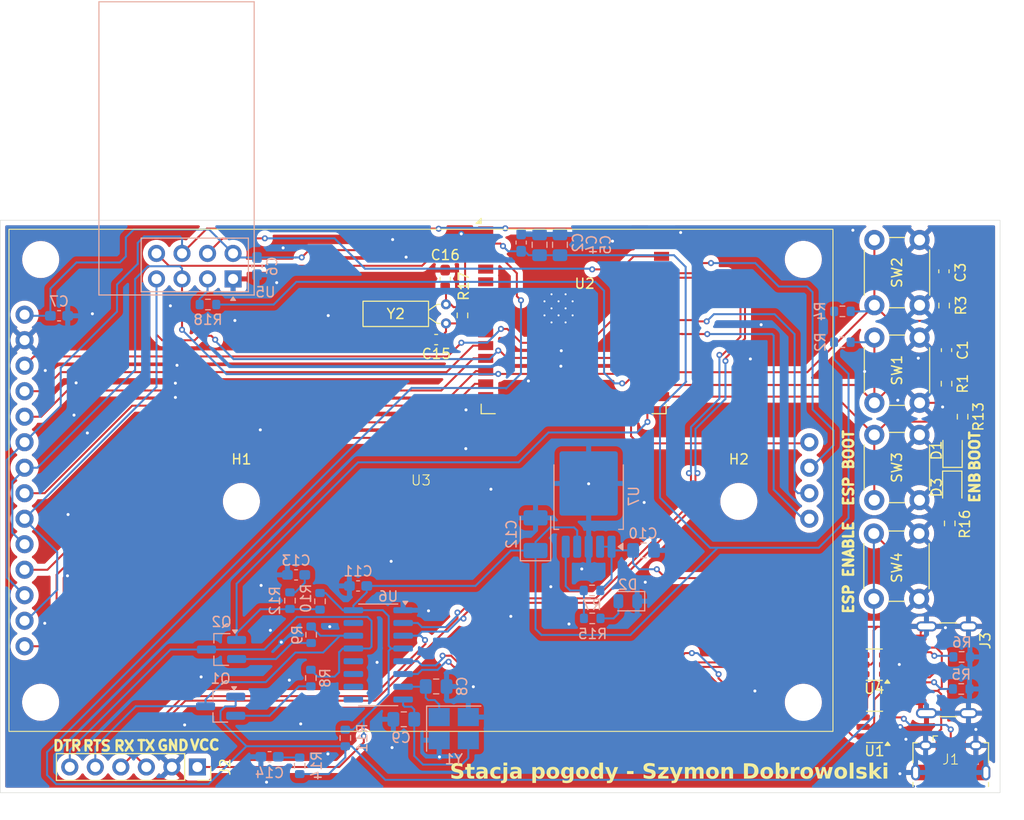
<source format=kicad_pcb>
(kicad_pcb (version 20241229) (generator "pcbnew") (generator_version "9.0")
  (layers (0 "F.Cu" signal) (2 "B.Cu" signal) (13 "F.Paste" user) (15 "B.Paste" user) (5 "F.SilkS" user "F.Silkscreen") (7 "B.SilkS" user "B.Silkscreen") (1 "F.Mask" user) (3 "B.Mask" user) (25 "Edge.Cuts" user))
  (net 0 "")
  (net 1 "/V_3.3_OUT")
  (net 2 "Net-(D1-A)")
  (net 3 "GND")
  (net 4 "/V_3.3_IN")
  (net 5 "Net-(C1-Pad2)")
  (net 6 "Net-(D2-A)")
  (net 7 "Net-(C3-Pad2)")
  (net 8 "Net-(U6-XI)")
  (net 9 "Net-(U6-XO)")
  (net 10 "Net-(C14-Pad1)")
  (net 11 "Net-(C13-Pad1)")
  (net 13 "/MICRO_USB_D-")
  (net 14 "/MICRO_USB_D+")
  (net 15 "Net-(J3-D--PadA7)")
  (net 16 "Net-(J3-D+-PadA6)")
  (net 17 "Net-(J3-CC1)")
  (net 18 "Net-(J3-CC2)")
  (net 19 "Net-(Q1-B)")
  (net 20 "Net-(J1-D-)")
  (net 21 "/ESP_ENABLE")
  (net 22 "Net-(Q2-B)")
  (net 23 "Net-(J1-D+)")
  (net 24 "/ESP_BOOT")
  (net 25 "/Button_1")
  (net 26 "/Button_2")
  (net 27 "/LCD_MOSI")
  (net 29 "/LCD_SCK")
  (net 30 "/NRF_CSN")
  (net 31 "/LCD_MISO")
  (net 32 "/LCD_SD_CS")
  (net 33 "/LCD_CS")
  (net 34 "/LCD_T_IRQ")
  (net 35 "/LCD_DC")
  (net 36 "/LCD_T_CS")
  (net 37 "/LCD_RST")
  (net 38 "/LCD_LED")
  (net 44 "/CH340_UART-")
  (net 45 "/CH340_UART+")
  (net 46 "Net-(D3-A)")
  (net 47 "/ER_FLG")
  (net 50 "/CH340_RTS")
  (net 51 "/CH340_DTR")
  (net 55 "/NRF_CE")
  (net 56 "Net-(U2-IO33)")
  (net 57 "Net-(U2-IO32)")
  (net 60 "Net-(U5-CE)")
  (net 62 "/NRF_IRQ")
  (net 68 "unconnected-(U2-IO15-Pad23)")
  (footprint "MountingHole:MountingHole_3.2mm_M3" (layer "F.Cu") (at 174.5 87)
    (property "Reference" "H2")
    (property "Value" "MountingHole")
  )
  (footprint "wyświetlacz lcd:LCD_2_8" (layer "F.Cu") (at 142.868044 84.894849 180)
    (property "Reference" "U3")
    (property "Value" "~")
  )
  (footprint "Connector_PinSocket_2.54mm:PinSocket_1x06_P2.54mm_Vertical" (layer "F.Cu") (at 120.62 113.44 -90)
    (property "Reference" "J2")
    (property "Value" "Conn_01x06")
  )
  (footprint "Button_Switch_THT:SW_PUSH_6mm_H4.3mm" (layer "F.Cu") (at 192.44 90.19 -90)
    (property "Reference" "SW4")
    (property "Value" "SW_Push_Dual_x2")
  )
  (footprint "Capacitor_SMD:C_0603_1608Metric_Pad1.08x0.95mm_HandSolder" (layer "F.Cu") (at 145.28 64.82 -90)
    (property "Reference" "C16")
    (property "Value" "22p")
  )
  (footprint "Resistor_SMD:R_0603_1608Metric" (layer "F.Cu") (at 195.49 89.185 90)
    (property "Reference" "R16")
    (property "Value" "240")
  )
  (footprint "Capacitor_SMD:C_0603_1608Metric_Pad1.08x0.95mm_HandSolder" (layer "F.Cu") (at 194.91 64.08 -90)
    (property "Reference" "C3")
    (property "Value" "100n")
  )
  (footprint "LED_SMD:LED_0805_2012Metric" (layer "F.Cu") (at 195.77 81.92 90)
    (property "Reference" "D1")
    (property "Value" "LTST-C171KGKT")
  )
  (footprint "Resistor_SMD:R_0603_1608Metric" (layer "F.Cu") (at 196.77 78.56 -90)
    (property "Reference" "R13")
    (property "Value" "240")
  )
  (footprint "Crystal:Crystal_DS26_D2.0mm_L6.0mm_Horizontal" (layer "F.Cu") (at 145.36 67.37 -90)
    (property "Reference" "Y2")
    (property "Value" "32768Hz")
  )
  (footprint "Button_Switch_THT:SW_PUSH_6mm_H4.3mm" (layer "F.Cu") (at 192.48 80.37 -90)
    (property "Reference" "SW3")
    (property "Value" "SW_Push_Dual_x2")
  )
  (footprint "Package_TO_SOT_SMD:SOT-23-6" (layer "F.Cu") (at 187.9775 103.25 180)
    (property "Reference" "U4")
    (property "Value" "USBLC6-2SC6")
  )
  (footprint "Button_Switch_THT:SW_PUSH_6mm_H4.3mm" (layer "F.Cu") (at 187.99 67.46 90)
    (property "Reference" "SW2")
    (property "Value" "SW_Push_Dual_x2")
  )
  (footprint "Package_TO_SOT_SMD:SOT-23-6" (layer "F.Cu") (at 188.0075 109.45 180)
    (property "Reference" "U1")
    (property "Value" "USBLC6-2SC6")
  )
  (footprint "MountingHole:MountingHole_3.2mm_M3" (layer "F.Cu") (at 125 87)
    (property "Reference" "H1")
    (property "Value" "MountingHole")
  )
  (footprint "RF_Module:ESP32-WROOM-32E" (layer "F.Cu") (at 158.06 65.31)
    (property "Reference" "U2")
    (property "Value" "ESP32-WROOM-32E-N4")
  )
  (footprint "Resistor_SMD:R_0603_1608Metric" (layer "F.Cu") (at 147 68.47 -90)
    (property "Reference" "R17")
    (property "Value" "10M")
  )
  (footprint "Resistor_SMD:R_0603_1608Metric" (layer "F.Cu") (at 195.17 75.27 -90)
    (property "Reference" "R1")
    (property "Value" "1k")
  )
  (footprint "Connector_USB:USB_C_Receptacle_GCT_USB4105-xx-A_16P_TopMnt_Horizontal" (layer "F.Cu") (at 196.28 103.76 90)
    (property "Reference" "J3")
    (property "Value" "USB_C_Receptacle_USB2.0_16P")
  )
  (footprint "Capacitor_SMD:C_0603_1608Metric_Pad1.08x0.95mm_HandSolder" (layer "F.Cu") (at 144.38 70.88)
    (property "Reference" "C15")
    (property "Value" "22p")
  )
  (footprint "Connector_USB:USB_Micro-B_Amphenol_10118194-0001LF_Horizontal" (layer "F.Cu") (at 195.59 112.69)
    (property "Reference" "J1")
    (property "Value" "10118194-0001LF")
  )
  (footprint "LED_SMD:LED_0805_2012Metric" (layer "F.Cu") (at 195.74 85.66 -90)
    (property "Reference" "D3")
    (property "Value" "LTST-C171KGKT")
  )
  (footprint "Resistor_SMD:R_0603_1608Metric" (layer "F.Cu") (at 194.93 67.49 -90)
    (property "Reference" "R3")
    (property "Value" "1k")
  )
  (footprint "Button_Switch_THT:SW_PUSH_6mm_H4.3mm" (layer "F.Cu") (at 187.99 77.18 90)
    (property "Reference" "SW1")
    (property "Value" "SW_Push_Dual_x2")
  )
  (footprint "Capacitor_SMD:C_0603_1608Metric_Pad1.08x0.95mm_HandSolder" (layer "F.Cu") (at 195.17 71.93 -90)
    (property "Reference" "C1")
    (property "Value" "100n")
  )
  (footprint "Resistor_SMD:R_0603_1608Metric" (layer "B.Cu") (at 196.63 105.67 180)
    (property "Reference" "R5")
    (property "Value" "5,1k")
  )
  (footprint "Resistor_SMD:R_0603_1608Metric" (layer "B.Cu") (at 184.8 71.14 180)
    (property "Reference" "R2")
    (property "Value" "1k")
  )
  (footprint "Resistor_SMD:R_0603_1608Metric" (layer "B.Cu") (at 131.94 100.27 90)
    (property "Reference" "R9")
    (property "Value" "10k")
  )
  (footprint "Resistor_SMD:R_0603_1608Metric" (layer "B.Cu") (at 131.91 104.58 90)
    (property "Reference" "R8")
    (property "Value" "10k")
  )
  (footprint "Package_TO_SOT_SMD:SOT-23_Handsoldering" (layer "B.Cu") (at 122.93 107.39 180)
    (property "Reference" "Q1")
    (property "Value" "NPN")
  )
  (footprint "Resistor_SMD:R_0603_1608Metric" (layer "B.Cu") (at 121.67 67.39 180)
    (property "Reference" "R18")
    (property "Value" "10k")
  )
  (footprint "Capacitor_SMD:C_0805_2012Metric_Pad1.18x1.45mm_HandSolder" (layer "B.Cu") (at 141.16 108.69 180)
    (property "Reference" "C9")
    (property "Value" "22p")
  )
  (footprint "Capacitor_SMD:C_0805_2012Metric_Pad1.18x1.45mm_HandSolder" (layer "B.Cu") (at 156.7 61.44 -90)
    (property "Reference" "C5")
    (property "Value" "10u")
  )
  (footprint "Capacitor_SMD:C_0603_1608Metric_Pad1.08x0.95mm_HandSolder" (layer "B.Cu") (at 130.44 94.31 180)
    (property "Reference" "C13")
    (property "Value" "100n")
  )
  (footprint "Capacitor_SMD:C_0603_1608Metric_Pad1.08x0.95mm_HandSolder" (layer "B.Cu") (at 106.85 68.51 180)
    (property "Reference" "C7")
    (property "Value" "100n")
  )
  (footprint "Capacitor_SMD:C_0603_1608Metric_Pad1.08x0.95mm_HandSolder" (layer "B.Cu") (at 136.61 95.41)
    (property "Reference" "C11")
    (property "Value" "100n")
  )
  (footprint "RF_Module:nRF24L01_Breakout" (layer "B.Cu") (at 124.17 64.84 90)
    (property "Reference" "U5")
    (property "Value" "NRF24L01_Breakout")
  )
  (footprint "Capacitor_SMD:C_0603_1608Metric_Pad1.08x0.95mm_HandSolder" (layer "B.Cu") (at 126.55 63.5675 90)
    (property "Reference" "C6")
    (property "Value" "100n")
  )
  (footprint "Resistor_SMD:R_0603_1608Metric" (layer "B.Cu") (at 159.89 95.86)
    (property "Reference" "R7")
    (property "Value" "100k")
  )
  (footprint "Capacitor_SMD:C_0603_1608Metric_Pad1.08x0.95mm_HandSolder" (layer "B.Cu") (at 152.84 61.22 -90)
    (property "Reference" "C2")
    (property "Value" "100n")
  )
  (footprint "Resistor_SMD:R_0603_1608Metric" (layer "B.Cu") (at 129.83 96.875 -90)
    (property "Reference" "R12")
    (property "Value" "1k")
  )
  (footprint "Resistor_SMD:R_0603_1608Metric" (layer "B.Cu") (at 132.82 96.94 90)
    (property "Reference" "R10")
    (property "Value" "10k")
  )
  (footprint "Resistor_SMD:R_0603_1608Metric" (layer "B.Cu") (at 135.34 110.55 90)
    (property "Reference" "R11")
    (property "Value" "10k")
  )
  (footprint "Package_TO_SOT_SMD:SOT-23_Handsoldering" (layer "B.Cu") (at 123.02 101.74 180)
    (property "Reference" "Q2")
    (property "Value" "NPN")
  )
  (footprint "Resistor_SMD:R_0603_1608Metric" (layer "B.Cu") (at 184.81 68.07 180)
    (property "Reference" "R4")
    (property "Value" "1k")
  )
  (footprint "Capacitor_SMD:C_0805_2012Metric_Pad1.18x1.45mm_HandSolder" (layer "B.Cu") (at 165.02 91.87 180)
    (property "Reference" "C10")
    (property "Value" "10u")
  )
  (footprint "Resistor_SMD:R_0603_1608Metric" (layer "B.Cu") (at 159.91 98.64)
    (property "Reference" "R15")
    (property "Value" "240")
  )
  (footprint "Capacitor_SMD:C_0805_2012Metric_Pad1.18x1.45mm_HandSolder" (layer "B.Cu") (at 144.38 105.42)
    (property "Reference" "C8")
    (property "Value" "22p")
  )
  (footprint "Package_TO_SOT_SMD:TO-252-5_TabPin3" (layer "B.Cu") (at 159.555 86.465 90)
    (property "Reference" "U7")
    (property "Value" "LM39101RS-3.3V")
  )
  (footprint "Resistor_SMD:R_0603_1608Metric" (layer "B.Cu") (at 196.675 102.48 180)
    (property "Reference" "R6")
    (property "Value" "5,1k")
  )
  (footprint "Resistor_SMD:R_0603_1608Metric" (layer "B.Cu") (at 130.8 113.32 -90)
    (property "Reference" "R14")
    (property "Value" "1k")
  )
  (footprint "Capacitor_Tantalum_SMD:CP_EIA-3528-21_Kemet-B_HandSolder" (layer "B.Cu") (at 154.27 90.2575 90)
    (property "Reference" "C12")
    (property "Value" "22u")
  )
  (footprint "LED_SMD:LED_0805_2012Metric" (layer "B.Cu") (at 163.45 96.93 180)
    (property "Reference" "D2")
    (property "Value" "LTST-C171KGKT")
  )
  (footprint "Capacitor_SMD:C_0805_2012Metric_Pad1.18x1.45mm_HandSolder" (layer "B.Cu") (at 154.67 61.44 -90)
    (property "Reference" "C4")
    (property "Value" "10u")
  )
  (footprint "Crystal:Crystal_SMD_3225-4Pin_3.2x2.5mm_HandSoldering" (layer "B.Cu") (at 146.13 109.62)
    (property "Reference" "Y1")
    (property "Value" "Crystal_GND24")
  )
  (footprint "Package_SO:SOIC-16_3.9x9.9mm_P1.27mm" (layer "B.Cu") (at 138.615 102.275 180)
    (property "Reference" "U6")
    (property "Value" "CH340G")
  )
  (footprint "Capacitor_SMD:C_0603_1608Metric_Pad1.08x0.95mm_HandSolder" (layer "B.Cu") (at 127.8 112.42 180)
    (property "Reference" "C14")
    (property "Value" "100n")
  )
  (gr_rect (start 101 59) (end 200.5 116) (stroke (width 0.05)) (fill no) (layer "Edge.Cuts"))
  (gr_text "RTS" (at 109.1 111.92 0) (layer "F.SilkS") (effects (font (size 1 1) (thickness 0.25) (bold yes)) (justify left bottom)))
  (gr_text "BOOT" (at 198.56 84.07 90) (layer "F.SilkS") (effects (font (size 1 1) (thickness 0.25) (bold yes)) (justify left bottom)))
  (gr_text "TX" (at 114.5 111.9 0) (layer "F.SilkS") (effects (font (size 1 1) (thickness 0.25) (bold yes)) (justify left bottom)))
  (gr_text "DTR" (at 106.12 111.91 0) (layer "F.SilkS") (effects (font (size 1 1) (thickness 0.25) (bold yes)) (justify left bottom)))
  (gr_text "GND" (at 116.51 111.88 0) (layer "F.SilkS") (effects (font (size 1 1) (thickness 0.25) (bold yes)) (justify left bottom)))
  (gr_text "ESP ENABLE" (at 186 98.3 90) (layer "F.SilkS") (effects (font (size 1 1) (thickness 0.25) (bold yes)) (justify left bottom)))
  (gr_text "RX" (at 112.19 111.93 0) (layer "F.SilkS") (effects (font (size 1 1) (thickness 0.25) (bold yes)) (justify left bottom)))
  (gr_text "ENB" (at 198.56 87.26 90) (layer "F.SilkS") (effects (font (size 1 1) (thickness 0.25) (bold yes)) (justify left bottom)))
  (gr_text "VCC" (at 119.77 111.84 0) (layer "F.SilkS") (effects (font (size 1 1) (thickness 0.25) (bold yes)) (justify left bottom)))
  (gr_text "ESP BOOT" (at 186 87.57 90) (layer "F.SilkS") (effects (font (size 1 1) (thickness 0.25) (bold yes)) (justify left bottom)))
  (gr_text "Stacja pogody - Szymon Dobrowolski" (at 145.73 114.85 0) (layer "F.SilkS") (effects (font (size 1.5 1.5) (thickness 0.3) (bold yes)) (justify left bottom)))
  (segment (start 137.18 110.37) (end 137.18 110.99) (width 0.2) (layer "F.Cu") (net 1))
  (segment (start 134.73 113.44) (end 120.62 113.44) (width 0.2) (layer "F.Cu") (net 1))
  (segment (start 149.31 61.32) (end 150.78 61.32) (width 0.2) (layer "F.Cu") (net 1))
  (segment (start 137.18 110.99) (end 134.73 113.44) (width 0.2) (layer "F.Cu") (net 1))
  (segment (start 131 62.7) (end 131.73 61.97) (width 0.2) (layer "F.Cu") (net 1))
  (segment (start 146.88 61.32) (end 149.31 61.32) (width 0.2) (layer "F.Cu") (net 1))
  (segment (start 146.23 61.97) (end 146.88 61.32) (width 0.2) (layer "F.Cu") (net 1))
  (segment (start 148.97 61.43) (end 149.11 61.57) (width 0.2) (layer "F.Cu") (net 1))
  (segment (start 131.73 61.97) (end 146.23 61.97) (width 0.2) (layer "F.Cu") (net 1))
  (segment (start 150.78 61.32) (end 151.03 61.57) (width 0.2) (layer "F.Cu") (net 1))
  (via (at 137.18 110.37) (size 0.6) (drill 0.3) (layers "F.Cu" "B.Cu") (net 1))
  (via (at 151.03 61.57) (size 0.6) (drill 0.3) (layers "F.Cu" "B.Cu") (net 1))
  (via (at 131 62.7) (size 0.6) (drill 0.3) (layers "F.Cu" "B.Cu") (net 1))
  (segment (start 108.59 63.2) (end 112.9 63.2) (width 0.2) (layer "B.Cu") (net 1))
  (segment (start 124.575 62.705) (end 124.17 62.3) (width 0.2) (layer "B.Cu") (net 1))
  (segment (start 183.975 71.14) (end 183.975 72.855) (width 0.2) (layer "B.Cu") (net 1))
  (segment (start 185.42 88.64) (end 182.45 91.61) (width 0.2) (layer "B.Cu") (net 1))
  (segment (start 183.975 71.14) (end 183.975 68.08) (width 0.2) (layer "B.Cu") (net 1))
  (segment (start 139.66 101.38) (end 139.92 101.64) (width 0.2) (layer "B.Cu") (net 1))
  (segment (start 136.095 109.725) (end 137.18 108.64) (width 0.2) (layer "B.Cu") (net 1))
  (segment (start 169.21 63.64) (end 169.21 75.02) (width 0.2) (layer "B.Cu") (net 1))
  (segment (start 139.92 101.64) (end 140.115001 101.64) (width 0.2) (layer "B.Cu") (net 1))
  (segment (start 140.115001 101.64) (end 141.09 101.64) (width 0.2) (layer "B.Cu") (net 1))
  (segment (start 155.73 89.58) (end 158.1 89.58) (width 0.2) (layer "B.Cu") (net 1))
  (segment (start 105.9875 68.51) (end 105.9875 65.8025) (width 0.2) (layer "B.Cu") (net 1))
  (segment (start 169.26 75.07) (end 166.655 77.675) (width 0.2) (layer "B.Cu") (net 1))
  (segment (start 154.27 91.04) (end 155.73 89.58) (width 0.2) (layer "B.Cu") (net 1))
  (segment (start 112.9 63.2) (end 113.5 62.6) (width 0.2) (layer "B.Cu") (net 1))
  (segment (start 114.28 59.92) (end 121.79 59.92) (width 0.2) (layer "B.Cu") (net 1))
  (segment (start 182.45 91.61) (end 172.39 91.61) (width 0.2) (layer "B.Cu") (net 1))
  (segment (start 166.655 77.675) (end 166.655 86.625) (width 0.2) (layer "B.Cu") (net 1))
  (segment (start 137.4725 95.41) (end 137.4725 96.0375) (width 0.2) (layer "B.Cu") (net 1))
  (segment (start 139.65 101.87) (end 139.88 101.64) (width 0.2) (layer "B.Cu") (net 1))
  (segment (start 137.4725 96.0375) (end 136.14 97.37) (width 0.2) (layer "B.Cu") (net 1))
  (segment (start 137.18 110.37) (end 137.18 108.64) (width 0.2) (layer "B.Cu") (net 1))
  (segment (start 185.42 74.3) (end 185.42 88.64) (width 0.2) (layer "B.Cu") (net 1))
  (segment (start 168.0475 62.4775) (end 169.21 63.64) (width 0.2) (layer "B.Cu") (net 1))
  (segment (start 136.14 97.37) (end 136.14 97.83) (width 0.2) (layer "B.Cu") (net 1))
  (segment (start 154.27 91.885) (end 154.27 91.04) (width 0.2) (layer "B.Cu") (net 1))
  (segment (start 152.84 62.0825) (end 153.1925 62.0825) (width 0.2) (layer "B.Cu") (net 1))
  (segment (start 113.5 60.7) (end 114.28 59.92) (width 0.2) (layer "B.Cu") (net 1))
  (segment (start 163.71 100.29) (end 154.86 100.29) (width 0.2) (layer "B.Cu") (net 1))
  (segment (start 151.5425 62.0825) (end 152.84 62.0825) (width 0.2) (layer "B.Cu") (net 1))
  (segment (start 133.375 96.115) (end 135.09 97.83) (width 0.2) (layer "B.Cu") (net 1))
  (segment (start 139.66 98.42) (end 139.66 101.38) (width 0.2) (layer "B.Cu") (net 1))
  (segment (start 105.9875 65.8025) (end 108.59 63.2) (width 0.2) (layer "B.Cu") (net 1))
  (segment (start 158.1 89.58) (end 158.415 89.895) (width 0.2) (layer "B.Cu") (net 1))
  (segment (start 135.34 109.725) (end 136.095 109.725) (width 0.2) (layer "B.Cu") (net 1))
  (segment (start 183.975 68.08) (end 183.985 68.07) (width 0.2) (layer "B.Cu") (net 1))
  (segment (start 113.5 62.6) (end 113.5 60.7) (width 0.2) (layer "B.Cu") (net 1))
  (segment (start 105.9875 68.51) (end 103.476348 68.51) (width 0.2) (layer "B.Cu") (net 1))
  (segment (start 172.39 91.61) (end 163.71 100.29) (width 0.2) (layer "B.Cu") (net 1))
  (segment (start 137.4725 95.41) (end 148.29 95.41) (width 0.2) (layer "B.Cu") (net 1))
  (segment (start 132.82 96.115) (end 133.375 96.115) (width 0.2) (layer "B.Cu") (net 1))
  (segment (start 148.29 95.41) (end 151.815 91.885) (width 0.2) (layer "B.Cu") (net 1))
  (segment (start 103.476348 68.51) (end 103.471628 68.51472) (width 0.2) (layer "B.Cu") (net 1))
  (segment (start 130.405 62.705) (end 126.55 62.705) (width 0.2) (layer "B.Cu") (net 1))
  (segment (start 136.14 97.83) (end 139.07 97.83) (width 0.2) (layer "B.Cu") (net 1))
  (segment (start 154.27 99.7) (end 154.27 91.885) (width 0.2) (layer "B.Cu") (net 1))
  (segment (start 130.41 62.7) (end 130.405 62.705) (width 0.2) (layer "B.Cu") (net 1))
  (segment (start 139.88 101.64) (end 140.115001 101.64) (width 0.2) (layer "B.Cu") (net 1))
  (segment (start 121.79 59.92) (end 124.17 62.3) (width 0.2) (layer "B.Cu") (net 1))
  (segment (start 166.655 86.625) (end 171.64 91.61) (width 0.2) (layer "B.Cu") (net 1))
  (segment (start 154.86 100.29) (end 154.27 99.7) (width 0.2) (layer "B.Cu") (net 1))
  (segment (start 156.7 62.4775) (end 168.0475 62.4775) (width 0.2) (layer "B.Cu") (net 1))
  (segment (start 183.975 72.855) (end 185.42 74.3) (width 0.2) (layer "B.Cu") (net 1))
  (segment (start 158.415 89.895) (end 158.415 91.505) (width 0.2) (layer "B.Cu") (net 1))
  (segment (start 137.18 108.64) (end 139.65 106.17) (width 0.2) (layer "B.Cu") (net 1))
  (segment (start 151.815 91.885) (end 154.27 91.885) (width 0.2) (layer "B.Cu") (net 1))
  (segment (start 154.67 62.4775) (end 156.7 62.4775) (width 0.2) (layer "B.Cu") (net 1))
  (segment (start 169.21 75.02) (end 169.26 75.07) (width 0.2) (layer "B.Cu") (net 1))
  (segment (start 135.09 97.83) (end 136.14 97.83) (width 0.2) (layer "B.Cu") (net 1))
  (segment (start 139.65 106.17) (end 139.65 101.87) (width 0.2) (layer "B.Cu") (net 1))
  (segment (start 139.07 97.83) (end 139.66 98.42) (width 0.2) (layer "B.Cu") (net 1))
  (segment (start 153.1925 62.0825) (end 153.5875 62.4775) (width 0.2) (layer "B.Cu") (net 1))
  (segment (start 126.55 62.705) (end 124.575 62.705) (width 0.2) (layer "B.Cu") (net 1))
  (segment (start 153.5875 62.4775) (end 154.67 62.4775) (width 0.2) (layer "B.Cu") (net 1))
  (segment (start 171.64 91.61) (end 172.39 91.61) (width 0.2) (layer "B.Cu") (net 1))
  (segment (start 131 62.7) (end 130.41 62.7) (width 0.2) (layer "B.Cu") (net 1))
  (segment (start 151.03 61.57) (end 151.5425 62.0825) (width 0.2) (layer "B.Cu") (net 1))
  (segment (start 196.77 79.9825) (end 195.77 80.9825) (width 0.2) (layer "F.Cu") (net 2))
  (segment (start 196.77 79.385) (end 196.77 79.9825) (width 0.2) (layer "F.Cu") (net 2))
  (segment (start 189.145 109.45) (end 190.54 109.45) (width 0.2) (layer "F.Cu") (net 3))
  (segment (start 197.36 109.7) (end 198.09 109.7) (width 0.2) (layer "F.Cu") (net 3))
  (segment (start 147.42 77.81) (end 147.35 77.88) (width 0.2) (layer "F.Cu") (net 3))
  (segment (start 192.6 100.015) (end 193.175 99.44) (width 0.2) (layer "F.Cu") (net 3))
  (segment (start 190.54 109.45) (end 190.56 109.47) (width 0.2) (layer "F.Cu") (net 3))
  (segment (start 194.37 77.18) (end 194.78 77.59) (width 0.2) (layer "F.Cu") (net 3))
  (segment (start 152.345 77.81) (end 152.345 76.215) (width 0.2) (layer "F.Cu") (net 3))
  (segment (start 192.6 100.56) (end 192.6 100.015) (width 0.2) (layer "F.Cu") (net 3))
  (segment (start 149.31 60.05) (end 149.01 60.35) (width 0.2) (layer "F.Cu") (net 3))
  (segment (start 196.89 111.29) (end 196.89 110.17) (width 0.2) (layer "F.Cu") (net 3))
  (segment (start 196.89 110.17) (end 197.36 109.7) (width 0.2) (layer "F.Cu") (net 3))
  (segment (start 192.565 113.99) (end 194.59 113.99) (width 0.2) (layer "F.Cu") (net 3))
  (segment (start 192.49 77.18) (end 194.37 77.18) (width 0.2) (layer "F.Cu") (net 3))
  (segment (start 189.115 103.25) (end 190.45 103.25) (width 0.2) (layer "F.Cu") (net 3))
  (segment (start 152.345 77.81) (end 147.42 77.81) (width 0.2) (layer "F.Cu") (net 3))
  (segment (start 194.59 113.99) (end 196.59 113.99) (width 0.2) (layer "F.Cu") (net 3))
  (segment (start 152.345 76.215) (end 153.56 75) (width 0.2) (layer "F.Cu") (net 3))
  (segment (start 190.45 103.25) (end 190.47 103.23) (width 0.2) (layer "F.Cu") (net 3))
  (segment (start 192.6 107.505) (end 193.175 108.08) (width 0.2) (layer "F.Cu") (net 3))
  (segment (start 192.6 106.96) (end 192.6 107.505) (width 0.2) (layer "F.Cu") (net 3))
  (segment (start 149.01 60.35) (end 146.88 60.35) (width 0.2) (layer "F.Cu") (net 3))
  (segment (start 196.59 113.99) (end 198.615 113.99) (width 0.2) (layer "F.Cu") (net 3))
  (via (at 159.555 85.24) (size 0.6) (drill 0.3) (layers "F.Cu" "B.Cu") (net 3))
  (via (at 192.36 72.73) (size 0.6) (drill 0.3) (layers "F.Cu" "B.Cu") (net 3))
  (via (at 107.75 88.3) (size 0.6) (drill 0.3) (layers "F.Cu" "B.Cu") (net 3))
  (via (at 128.51 65.21) (size 0.6) (drill 0.3) (layers "F.Cu" "B.Cu") (net 3))
  (via (at 119.35 109.25) (size 0.6) (drill 0.3) (layers "F.Cu" "B.Cu") (net 3))
  (via (at 140.05 60.92) (size 0.6) (drill 0.3) (layers "F.Cu" "B.Cu") (net 3))
  (via (at 118.43 75.22) (size 0.6) (drill 0.3) (layers "F.Cu" "B.Cu") (net 3))
  (via (at 190.47 103.23) (size 0.6) (drill 0.3) (layers "F.Cu" "B.Cu") (net 3))
  (via (at 148.08 105.45) (size 0.6) (drill 0.3) (layers "F.Cu" "B.Cu") (net 3))
  (via (at 110.17 68.31) (size 0.6) (drill 0.3) (layers "F.Cu" "B.Cu") (net 3))
  (via (at 151.81 98.44) (size 0.6) (drill 0.3) (layers "F.Cu" "B.Cu") (net 3))
  (via (at 143.62 97.89) (size 0.6) (drill 0.3) (layers "F.Cu" "B.Cu") (net 3))
  (via (at 118.43 76.64) (size 0.6) (drill 0.3) (layers "F.Cu" "B.Cu") (net 3))
  (via (at 190.56 109.47) (size 0.6) (drill 0.3) (layers "F.Cu" "B.Cu") (net 3))
  (via (at 107.69 94.4) (size 0.6) (drill 0.3) (layers "F.Cu" "B.Cu") (net 3))
  (via (at 126.88 79.87) (size 0.6) (drill 0.3) (layers "F.Cu" "B.Cu") (net 3))
  (via (at 165.19 95.04) (size 0.6) (drill 0.3) (layers "F.Cu" "B.Cu") (net 3))
  (via (at 194.78 77.59) (size 0.6) (drill 0.3) (layers "F.Cu" "B.Cu") (net 3))
  (via (at 185.85 59.99) (size 0.6) (drill 0.3) (layers "F.Cu" "B.Cu") (net 3))
  (via (at 176.1 105.87) (size 0.6) (drill 0.3) (layers "F.Cu" "B.Cu") (net 3))
  (via (at 158.87 93.72) (size 0.6) (drill 0.3) (layers "F.Cu" "B.Cu") (net 3))
  (via (at 155.79 95.49) (size 0.6) (drill 0.3) (layers "F.Cu" "B.Cu") (net 3))
  (via (at 127.88 99.83) (size 0.6) (drill 0.3) (layers "F.Cu" "B.Cu") (net 3))
  (via (at 147.33 81.74) (size 0.6) (drill 0.3) (layers "F.Cu" "B.Cu") (net 3))
  (via (at 129.15 61.75) (size 0.6) (drill 0.3) (layers "F.Cu" "B.Cu") (net 3))
  (via (at 105.48 73.96) (size 0.6) (drill 0.3) (layers "F.Cu" "B.Cu") (net 3))
  (via (at 195.06 99.57) (size 0.6) (drill 0.3) (layers "F.Cu" "B.Cu") (net 3))
  (via (at 120.99 104.47) (size 0.6) (drill 0.3) (layers "F.Cu" "B.Cu") (net 3))
  (via (at 147.35 77.88) (size 0.6) (drill 0.3) (layers "F.Cu" "B.Cu") (net 3))
  (via (at 168.71 60.22) (size 0.6) (drill 0.3) (layers "F.Cu" "B.Cu") (net 3))
  (via (at 156.79 73.53) (size 0.6) (drill 0.3) (layers "F.Cu" "B.Cu") (net 3))
  (via (at 157.6 99.2) (size 0.6) (drill 0.3) (layers "F.Cu" "B.Cu") (net 3))
  (via (at 105.43 99.13) (size 0.6) (drill 0.3) (layers "F.Cu" "B.Cu") (net 3))
  (via (at 130.9 109.15) (size 0.6) (drill 0.3) (layers "F.Cu" "B.Cu") (net 3))
  (via (at 118.59 73.44) (size 0.6) (drill 0.3) (layers "F.Cu" "B.Cu") (net 3))
  (via (at 153.56 75) (size 0.6) (drill 0.3) (layers "F.Cu" "B.Cu") (net 3))
  (via (at 126.96 95.36) (size 0.6) (drill 0.3) (layers "F.Cu" "B.Cu") (net 3))
  (via (at 146.88 60.35) (size 0.6) (drill 0.3) (layers "F.Cu" "B.Cu") (net 3))
  (via (at 187.02 74.06) (size 0.6) (drill 0.3) (layers "F.Cu" "B.Cu") (net 3))
  (via (at 149.83 85.78) (size 0.6) (drill 0.3) (layers "F.Cu" "B.Cu") (net 3))
  (via (at 108.34 78.4) (size 0.6) (drill 0.3) (layers "F.Cu" "B.Cu") (net 3))
  (via (at 117.93 67.52) (size 0.6) (drill 0.3) (layers "F.Cu" "B.Cu") (net 3))
  (via (at 156.83 71.99) (size 0.6) (drill 0.3) (layers "F.Cu" "B.Cu") (net 3))
  (via (at 190.32 76.92) (size 0.6) (drill 0.3) (layers "F.Cu" "B.Cu") (net 3))
  (via (at 109.67 80.18) (size 0.6) (drill 0.3) (layers "F.Cu" "B.Cu") (net 3))
  (via (at 138.5 103.02) (size 0.6) (drill 0.3) (layers "F.Cu" "B.Cu") (net 3))
  (via (at 176.72 69.4) (size 0.6) (drill 0.3) (layers "F.Cu" "B.Cu") (net 3))
  (via (at 144.71 112.44) (size 0.6) (drill 0.3) (layers "F.Cu" "B.Cu") (net 3))
  (via (at 161.93 61.08) (size 0.6) (drill 0.3) (layers "F.Cu" "B.Cu") (net 3))
  (via (at 127.5 114.95) (size 0.6) (drill 0.3) (layers "F.Cu" "B.Cu") (net 3))
  (via (at 124.35 68.98) (size 0.6) (drill 0.3) (layers "F.Cu" "B.Cu") (net 3))
  (via (at 141.39 62.67) (size 0.6) (drill 0.3) (layers "F.Cu" "B.Cu") (net 3))
  (via (at 198.09 109.7) (size 0.6) (drill 0.3) (layers "F.Cu" "B.Cu") (net 3))
  (via (at 133.61 112.14) (size 0.6) (drill 0.3) (layers "F.Cu" "B.Cu") (net 3))
  (via (at 139.99 111.51) (size 0.6) (drill 0.3) (layers "F.Cu" "B.Cu") (net 3))
  (via (at 133.64 68.49) (size 0.6) (drill 0.3) (layers "F.Cu" "B.Cu") (net 3))
  (via (at 191.13 110.68) (size 0.6) (drill 0.3) (layers "F.Cu" "B.Cu") (net 3))
  (via (at 139.9 92.96) (size 0.6) (drill 0.3) (layers "F.Cu" "B.Cu") (net 3))
  (via (at 190.53 114.11) (size 0.6) (drill 0.3) (layers "F.Cu" "B.Cu") (net 3))
  (via (at 165.08 87.1) (size 0.6) (drill 0.3) (layers "F.Cu" "B.Cu") (net 3))
  (via (at 133.79 99.47) (size 0.6) (drill 0.3) (layers "F.Cu" "B.Cu") (net 3))
  (via (at 108.55 75.19) (size 0.6) (drill 0.3) (layers "F.Cu" "B.Cu") (net 3))
  (via (at 128.97 101.01) (size 0.6) (drill 0.3) (layers "F.Cu" "B.Cu") (net 3))
  (via (at 129.77 104.79) (size 0.6) (drill 0.3) (layers "F.Cu" "B.Cu") (net 3))
  (via (at 175.65 72.81) (size 0.6) (drill 0.3) (layers "F.Cu" "B.Cu") (net 3))
  (segment (start 154.67 60.4025) (end 156.7 60.4025) (width 0.2) (layer "B.Cu") (net 3))
  (segment (start 153.56 75) (end 155.03 73.53) (width 0.2) (layer "B.Cu") (net 3))
  (segment (start 161.2525 60.4025) (end 156.7 60.4025) (width 0.2) (layer "B.Cu") (net 3))
  (segment (start 154.625 60.3575) (end 154.67 60.4025) (width 0.2) (layer "B.Cu") (net 3))
  (segment (start 159.555 85.24) (end 159.555 85.205) (width 0.2) (layer "B.Cu") (net 3))
  (segment (start 147.33 81.74) (end 147.31 81.72) (width 0.2) (layer "B.Cu") (net 3))
  (segment (start 145.38 105.4575) (end 145.4175 105.42) (width 0.2) (layer "B.Cu") (net 3))
  (segment (start 152.84 60.3575) (end 154.625 60.3575) (width 0.2) (layer "B.Cu") (net 3))
  (segment (start 147.31 77.92) (end 147.35 77.88) (width 0.2) (layer "B.Cu") (net 3))
  (segment (start 156.7575 83.25) (end 157.1175 82.89) (width 0.2) (layer "B.Cu") (net 3))
  (segment (start 161.93 61.08) (end 161.2525 60.4025) (width 0.2) (layer "B.Cu") (net 3))
  (segment (start 159.555 91.505) (end 159.555 85.24) (width 0.2) (layer "B.Cu") (net 3))
  (segment (start 155.03 73.53) (end 156.79 73.53) (width 0.2) (layer "B.Cu") (net 3))
  (segment (start 147.31 81.72) (end 147.31 77.92) (width 0.2) (layer "B.Cu") (net 3))
  (segment (start 192.6 106.16) (end 193.174999 106.16) (width 0.2) (layer "F.Cu") (net 4))
  (segment (start 194.7 102.11) (end 194.7 105.47) (width 0.2) (layer "F.Cu") (net 4))
  (segment (start 189.22 99.48) (end 191.1 101.36) (width 0.2) (layer "F.Cu") (net 4))
  (segment (start 167.22 94.63) (end 181.1 94.63) (width 0.2) (layer "F.Cu") (net 4))
  (segment (start 186.84 103.25) (end 187.64 103.25) (width 0.2) (layer "F.Cu") (net 4))
  (segment (start 187.64 103.25) (end 187.91 102.98) (width 0.2) (layer "F.Cu") (net 4))
  (segment (start 192.79 101.55) (end 194.14 101.55) (width 0.2) (layer "F.Cu") (net 4))
  (segment (start 192.6 101.36) (end 192.79 101.55) (width 0.2) (layer "F.Cu") (net 4))
  (segment (start 181.1 94.63) (end 185.95 99.48) (width 0.2) (layer "F.Cu") (net 4))
  (segment (start 193.474999 105.86) (end 194.31 105.86) (width 0.2) (layer "F.Cu") (net 4))
  (segment (start 194.14 101.55) (end 194.7 102.11) (width 0.2) (layer "F.Cu") (net 4))
  (segment (start 188.29 99.48) (end 189.22 99.48) (width 0.2) (layer "F.Cu") (net 4))
  (segment (start 194.29 110.02) (end 194.29 111.29) (width 0.2) (layer "F.Cu") (net 4))
  (segment (start 187.62 109.45) (end 187.97 109.1) (width 0.2) (layer "F.Cu") (net 4))
  (segment (start 187.97 106.74) (end 188.55 106.16) (width 0.2) (layer "F.Cu") (net 4))
  (segment (start 194.31 105.86) (end 194.64 106.19) (width 0.2) (layer "F.Cu") (net 4))
  (segment (start 185.95 99.48) (end 188.29 99.48) (width 0.2) (layer "F.Cu") (net 4))
  (segment (start 194.64 106.19) (end 194.64 109.67) (width 0.2) (layer "F.Cu") (net 4))
  (segment (start 188.55 106.16) (end 192.6 106.16) (width 0.2) (layer "F.Cu") (net 4))
  (segment (start 191.1 101.36) (end 192.6 101.36) (width 0.2) (layer "F.Cu") (net 4))
  (segment (start 194.64 109.67) (end 194.29 110.02) (width 0.2) (layer "F.Cu") (net 4))
  (segment (start 187.91 102.98) (end 187.91 99.86) (width 0.2) (layer "F.Cu") (net 4))
  (segment (start 186.87 109.45) (end 187.62 109.45) (width 0.2) (layer "F.Cu") (net 4))
  (segment (start 193.174999 106.16) (end 193.474999 105.86) (width 0.2) (layer "F.Cu") (net 4))
  (segment (start 166.34 93.75) (end 167.22 94.63) (width 0.2) (layer "F.Cu") (net 4))
  (segment (start 194.7 105.47) (end 194.31 105.86) (width 0.2) (layer "F.Cu") (net 4))
  (segment (start 187.91 99.86) (end 188.29 99.48) (width 0.2) (layer "F.Cu") (net 4))
  (segment (start 187.97 109.1) (end 187.97 106.74) (width 0.2) (layer "F.Cu") (net 4))
  (via (at 166.34 93.75) (size 0.6) (drill 0.3) (layers "F.Cu" "B.Cu") (net 4))
  (segment (start 163.9825 93.1625) (end 163.9825 91.87) (width 0.2) (layer "B.Cu") (net 4))
  (segment (start 161.835 91.505) (end 160.695 91.505) (width 0.2) (layer "B.Cu") (net 4))
  (segment (start 164.57 93.75) (end 163.9825 93.1625) (width 0.2) (layer "B.Cu") (net 4))
  (segment (start 161.835 94.74) (end 160.715 95.86) (width 0.2) (layer "B.Cu") (net 4))
  (segment (start 162.2 91.87) (end 161.835 91.505) (width 0.2) (layer "B.Cu") (net 4))
  (segment (start 166.34 93.75) (end 164.57 93.75) (width 0.2) (layer "B.Cu") (net 4))
  (segment (start 163.9825 91.87) (end 162.2 91.87) (width 0.2) (layer "B.Cu") (net 4))
  (segment (start 161.835 91.505) (end 161.835 94.74) (width 0.2) (layer "B.Cu") (net 4))
  (segment (start 164.4925 91.9025) (end 164.4925 91.82) (width 0.2) (layer "B.Cu") (net 4))
  (segment (start 195.17 74.445) (end 195.17 72.7925) (width 0.2) (layer "F.Cu") (net 5))
  (segment (start 160.735 98.64) (end 162.04 98.64) (width 0.2) (layer "B.Cu") (net 6))
  (segment (start 162.04 98.64) (end 162.5125 98.1675) (width 0.2) (layer "B.Cu") (net 6))
  (segment (start 162.5125 98.1675) (end 162.5125 96.93) (width 0.2) (layer "B.Cu") (net 6))
  (segment (start 194.93 64.9625) (end 194.91 64.9425) (width 0.2) (layer "F.Cu") (net 7))
  (segment (start 194.93 66.665) (end 194.93 64.9625) (width 0.2) (layer "F.Cu") (net 7))
  (segment (start 143.3425 106.5325) (end 143.59 106.78) (width 0.2) (layer "B.Cu") (net 8))
  (segment (start 143.59 106.78) (end 144.24 106.78) (width 0.2) (layer "B.Cu") (net 8))
  (segment (start 144.24 106.78) (end 144.68 107.22) (width 0.2) (layer "B.Cu") (net 8))
  (segment (start 143.3425 105.42) (end 143.3425 106.5325) (width 0.2) (layer "B.Cu") (net 8))
  (segment (start 141.09 105.45) (end 143.3125 105.45) (width 0.2) (layer "B.Cu") (net 8))
  (segment (start 143.3125 105.45) (end 143.3425 105.42) (width 0.2) (layer "B.Cu") (net 8))
  (segment (start 144.68 107.22) (end 144.68 108.47) (width 0.2) (layer "B.Cu") (net 8))
  (segment (start 146.92 113.2) (end 147.58 112.54) (width 0.2) (layer "B.Cu") (net 9))
  (segment (start 142.1975 112.3275) (end 143.07 113.2) (width 0.2) (layer "B.Cu") (net 9))
  (segment (start 143.07 113.2) (end 146.92 113.2) (width 0.2) (layer "B.Cu") (net 9))
  (segment (start 141.09 107.29) (end 141.24 107.44) (width 0.2) (layer "B.Cu") (net 9))
  (segment (start 147.58 112.54) (end 147.58 110.77) (width 0.2) (layer "B.Cu") (net 9))
  (segment (start 141.92 107.44) (end 142.1975 107.7175) (width 0.2) (layer "B.Cu") (net 9))
  (segment (start 141.09 106.72) (end 141.09 107.29) (width 0.2) (layer "B.Cu") (net 9))
  (segment (start 142.1975 107.7175) (end 142.1975 108.69) (width 0.2) (layer "B.Cu") (net 9))
  (segment (start 142.1975 108.69) (end 142.1975 112.3275) (width 0.2) (layer "B.Cu") (net 9))
  (segment (start 141.24 107.44) (end 141.92 107.44) (width 0.2) (layer "B.Cu") (net 9))
  (segment (start 128.7375 112.495) (end 128.6625 112.42) (width 0.2) (layer "B.Cu") (net 10))
  (segment (start 130.8 112.495) (end 128.7375 112.495) (width 0.2) (layer "B.Cu") (net 10))
  (segment (start 130.36 96.05) (end 131.3025 95.1075) (width 0.2) (layer "B.Cu") (net 11))
  (segment (start 129.83 96.05) (end 130.36 96.05) (width 0.2) (layer "B.Cu") (net 11))
  (segment (start 131.3025 95.1075) (end 131.3025 94.31) (width 0.2) (layer "B.Cu") (net 11))
  (segment (start 172.160901 104.929099) (end 172.160901 104.925901) (width 0.2) (layer "F.Cu") (net 13))
  (segment (start 146.135 103.475) (end 170.71 103.475) (width 0.2) (layer "F.Cu") (net 13))
  (segment (start 170.71 103.475) (end 185.121249 103.475) (width 0.2) (layer "F.Cu") (net 13))
  (segment (start 145.620521 102.960521) (end 146.135 103.475) (width 0.2) (layer "F.Cu") (net 13))
  (segment (start 185.846249 104.2) (end 186.84 104.2) (width 0.2) (layer "F.Cu") (net 13))
  (segment (start 172.160901 104.925901) (end 170.71 103.475) (width 0.2) (layer "F.Cu") (net 13))
  (segment (start 185.121249 103.475) (end 185.846249 104.2) (width 0.2) (layer "F.Cu") (net 13))
  (segment (start 176.906802 109.675) (end 172.160901 104.929099) (width 0.2) (layer "F.Cu") (net 13))
  (segment (start 185.151249 109.675) (end 176.906802 109.675) (width 0.2) (layer "F.Cu") (net 13))
  (segment (start 186.87 110.4) (end 185.876249 110.4) (width 0.2) (layer "F.Cu") (net 13))
  (segment (start 185.876249 110.4) (end 185.151249 109.675) (width 0.2) (layer "F.Cu") (net 13))
  (via (at 145.620521 102.960521) (size 0.6) (drill 0.3) (layers "F.Cu" "B.Cu") (net 13))
  (segment (start 142.552501 104.18) (end 142.962501 103.77) (width 0.2) (layer "B.Cu") (net 13))
  (segment (start 144.528199 103.77) (end 145.337678 102.960521) (width 0.2) (layer "B.Cu") (net 13))
  (segment (start 142.962501 103.77) (end 144.528199 103.77) (width 0.2) (layer "B.Cu") (net 13))
  (segment (start 145.337678 102.960521) (end 145.620521 102.960521) (width 0.2) (layer "B.Cu") (net 13))
  (segment (start 141.09 104.18) (end 142.552501 104.18) (width 0.2) (layer "B.Cu") (net 13))
  (segment (start 172.479099 104.610901) (end 172.479099 104.210901) (width 0.2) (layer "F.Cu") (net 14))
  (segment (start 185.876249 108.5) (end 185.151249 109.225) (width 0.2) (layer "F.Cu") (net 14))
  (segment (start 169.145 102.1) (end 168.22 103.025) (width 0.2) (layer "F.Cu") (net 14))
  (segment (start 145.655875 102.359479) (end 145.655917 102.359521) (width 0.2) (layer "F.Cu") (net 14))
  (segment (start 146.534943 103.025) (end 168.22 103.025) (width 0.2) (layer "F.Cu") (net 14))
  (segment (start 172.479099 104.210901) (end 172.49 104.2) (width 0.2) (layer "F.Cu") (net 14))
  (segment (start 185.151249 109.225) (end 177.093198 109.225) (width 0.2) (layer "F.Cu") (net 14))
  (segment (start 185.846249 102.3) (end 186.84 102.3) (width 0.2) (layer "F.Cu") (net 14))
  (segment (start 186.87 108.5) (end 185.876249 108.5) (width 0.2) (layer "F.Cu") (net 14))
  (segment (start 145.655917 102.359521) (end 145.869464 102.359521) (width 0.2) (layer "F.Cu") (net 14))
  (segment (start 185.121249 103.025) (end 185.846249 102.3) (width 0.2) (layer "F.Cu") (net 14))
  (segment (start 169.83 102.1) (end 169.145 102.1) (width 0.2) (layer "F.Cu") (net 14))
  (segment (start 177.093198 109.225) (end 172.479099 104.610901) (width 0.2) (layer "F.Cu") (net 14))
  (segment (start 168.22 103.025) (end 185.121249 103.025) (width 0.2) (layer "F.Cu") (net 14))
  (segment (start 145.019479 102.359479) (end 145.655875 102.359479) (width 0.2) (layer "F.Cu") (net 14))
  (segment (start 145.869464 102.359521) (end 146.534943 103.025) (width 0.2) (layer "F.Cu") (net 14))
  (via (at 145.019479 102.359479) (size 0.6) (drill 0.3) (layers "F.Cu" "B.Cu") (net 14))
  (via (at 172.49 104.2) (size 0.6) (drill 0.3) (layers "F.Cu" "B.Cu") (net 14))
  (via (at 169.83 102.1) (size 0.6) (drill 0.3) (layers "F.Cu" "B.Cu") (net 14))
  (segment (start 142.962501 103.32) (end 144.341801 103.32) (width 0.2) (layer "B.Cu") (net 14))
  (segment (start 170.39 102.1) (end 169.83 102.1) (width 0.2) (layer "B.Cu") (net 14))
  (segment (start 141.09 102.91) (end 142.552501 102.91) (width 0.2) (layer "B.Cu") (net 14))
  (segment (start 144.341801 103.32) (end 145.019479 102.642322) (width 0.2) (layer "B.Cu") (net 14))
  (segment (start 172.49 104.2) (end 170.39 102.1) (width 0.2) (layer "B.Cu") (net 14))
  (segment (start 145.019479 102.642322) (end 145.019479 102.359479) (width 0.2) (layer "B.Cu") (net 14))
  (segment (start 142.552501 102.91) (end 142.962501 103.32) (width 0.2) (layer "B.Cu") (net 14))
  (segment (start 193.88 104.13) (end 193.5 104.51) (width 0.2) (layer "F.Cu") (net 15))
  (segment (start 193.88 103.65) (end 193.88 104.13) (width 0.2) (layer "F.Cu") (net 15))
  (segment (start 192.6 103.51) (end 193.74 103.51) (width 0.2) (layer "F.Cu") (net 15))
  (segment (start 193.74 103.51) (end 193.88 103.65) (width 0.2) (layer "F.Cu") (net 15))
  (segment (start 189.425 104.51) (end 189.115 104.2) (width 0.2) (layer "F.Cu") (net 15))
  (segment (start 193.5 104.51) (end 192.6 104.51) (width 0.2) (layer "F.Cu") (net 15))
  (segment (start 192.6 104.51) (end 189.425 104.51) (width 0.2) (layer "F.Cu") (net 15))
  (segment (start 190.87 102.3) (end 191.58 103.01) (width 0.2) (layer "F.Cu") (net 16))
  (segment (start 191.37 103.22) (end 191.58 103.01) (width 0.2) (layer "F.Cu") (net 16))
  (segment (start 189.115 102.3) (end 190.87 102.3) (width 0.2) (layer "F.Cu") (net 16))
  (segment (start 192.6 104.01) (end 191.53 104.01) (width 0.2) (layer "F.Cu") (net 16))
  (segment (start 191.58 103.01) (end 192.6 103.01) (width 0.2) (layer "F.Cu") (net 16))
  (segment (start 191.37 103.85) (end 191.37 103.22) (width 0.2) (layer "F.Cu") (net 16))
  (segment (start 191.53 104.01) (end 191.37 103.85) (width 0.2) (layer "F.Cu") (net 16))
  (segment (start 192.6 105.01) (end 193.92 105.01) (width 0.2) (layer "F.Cu") (net 17))
  (segment (start 193.92 105.01) (end 193.93 105) (width 0.2) (layer "F.Cu") (net 17))
  (via (at 193.93 105) (size 0.6) (drill 0.3) (layers "F.Cu" "B.Cu") (net 17))
  (segment (start 194.6 105.67) (end 195.805 105.67) (width 0.2) (layer "B.Cu") (net 17))
  (segment (start 193.93 105) (end 194.6 105.67) (width 0.2) (layer "B.Cu") (net 17))
  (segment (start 193.6 102.01) (end 193.96 102.37) (width 0.2) (layer "F.Cu") (net 18))
  (segment (start 192.6 102.01) (end 193.6 102.01) (width 0.2) (layer "F.Cu") (net 18))
  (via (at 193.96 102.37) (size 0.6) (drill 0.3) (layers "F.Cu" "B.Cu") (net 18))
  (segment (start 193.96 102.37) (end 195.74 102.37) (width 0.2) (layer "B.Cu") (net 18))
  (segment (start 195.74 102.37) (end 195.85 102.48) (width 0.2) (layer "B.Cu") (net 18))
  (segment (start 124.43 108.34) (end 127.79 108.34) (width 0.2) (layer "B.Cu") (net 19))
  (segment (start 127.79 108.34) (end 130.725 105.405) (width 0.2) (layer "B.Cu") (net 19))
  (segment (start 130.725 105.405) (end 131.91 105.405) (width 0.2) (layer "B.Cu") (net 19))
  (segment (start 189.145 110.4) (end 189.145 111.315) (width 0.2) (layer "F.Cu") (net 20))
  (segment (start 189.145 111.315) (end 190.46 112.63) (width 0.2) (layer "F.Cu") (net 20))
  (segment (start 194.94 112.37) (end 194.94 111.29) (width 0.2) (layer "F.Cu") (net 20))
  (segment (start 194.68 112.63) (end 194.94 112.37) (width 0.2) (layer "F.Cu") (net 20))
  (segment (start 190.46 112.63) (end 194.68 112.63) (width 0.2) (layer "F.Cu") (net 20))
  (segment (start 152.41 64.27) (end 150.73 62.59) (width 0.2) (layer "F.Cu") (net 21))
  (segment (start 187.94 90.19) (end 190.48 92.73) (width 0.2) (layer "F.Cu") (net 21))
  (segment (start 195.49 92.23) (end 195.49 90.01) (width 0.2) (layer "F.Cu") (net 21))
  (segment (start 194.99 92.73) (end 195.49 92.23) (width 0.2) (layer "F.Cu") (net 21))
  (segment (start 152.82 66.97) (end 152.41 66.56) (width 0.2) (layer "F.Cu") (net 21))
  (segment (start 150.73 62.59) (end 149.31 62.59) (width 0.2) (layer "F.Cu") (net 21))
  (segment (start 152.41 66.56) (end 152.41 64.27) (width 0.2) (layer "F.Cu") (net 21))
  (segment (start 190.48 92.73) (end 194.99 92.73) (width 0.2) (layer "F.Cu") (net 21))
  (via (at 152.82 66.97) (size 0.6) (drill 0.3) (layers "F.Cu" "B.Cu") (net 21))
  (segment (start 151.34 75.75) (end 151.29 75.7) (width 0.2) (layer "B.Cu") (net 21))
  (segment (start 123.38 107.41) (end 124.33 107.41) (width 0.2) (layer "B.Cu") (net 21))
  (segment (start 135.975 111.375) (end 135.34 111.375) (width 0.2) (layer "B.Cu") (net 21))
  (segment (start 122.92 108.8) (end 122.92 107.87) (width 0.2) (layer "B.Cu") (net 21))
  (segment (start 122.92 107.87) (end 123.38 107.41) (width 0.2) (layer "B.Cu") (net 21))
  (segment (start 125.495 111.375) (end 122.92 108.8) (width 0.2) (layer "B.Cu") (net 21))
  (segment (start 135.34 112.49) (end 135.34 111.375) (width 0.2) (layer "B.Cu") (net 21))
  (segment (start 141.92 75.7) (end 105.66 111.96) (width 0.2) (layer "B.Cu") (net 21))
  (segment (start 151.29 75.7) (end 141.92 75.7) (width 0.2) (layer "B.Cu") (net 21))
  (segment (start 139.32 114.72) (end 135.975 111.375) (width 0.2) (layer "B.Cu") (net 21))
  (segment (start 130.8 114.145) (end 133.685 114.145) (width 0.2) (layer "B.Cu") (net 21))
  (segment (start 187.94 108.36) (end 181.58 114.72) (width 0.2) (layer "B.Cu") (net 21))
  (segment (start 135.34 111.375) (end 125.495 111.375) (width 0.2) (layer "B.Cu") (net 21))
  (segment (start 133.685 114.145) (end 135.34 112.49) (width 0.2) (layer "B.Cu") (net 21))
  (segment (start 105.66 114.24) (end 106.57 115.15) (width 0.2) (layer "B.Cu") (net 21))
  (segment (start 187.94 96.69) (end 187.94 108.36) (width 0.2) (layer "B.Cu") (net 21))
  (segment (start 181.58 114.72) (end 139.32 114.72) (width 0.2) (layer "B.Cu") (net 21))
  (segment (start 152.82 74.27) (end 151.34 75.75) (width 0.2) (layer "B.Cu") (net 21))
  (segment (start 121.72 115.15) (end 125.495 111.375) (width 0.2) (layer "B.Cu") (net 21))
  (segment (start 105.66 111.96) (end 105.66 114.24) (width 0.2) (layer "B.Cu") (net 21))
  (segment (start 124.33 107.41) (end 124.43 107.31) (width 0.2) (layer "B.Cu") (net 21))
  (segment (start 152.82 66.97) (end 152.82 74.27) (width 0.2) (layer "B.Cu") (net 21))
  (segment (start 106.57 115.15) (end 121.72 115.15) (width 0.2) (layer "B.Cu") (net 21))
  (segment (start 187.94 96.69) (end 187.94 90.19) (width 0.2) (layer "B.Cu") (net 21))
  (segment (start 124.43 107.31) (end 124.43 106.44) (width 0.2) (layer "B.Cu") (net 21))
  (segment (start 128.43 102.69) (end 124.52 102.69) (width 0.2) (layer "B.Cu") (net 22))
  (segment (start 131.94 101.095) (end 130.025 101.095) (width 0.2) (layer "B.Cu") (net 22))
  (segment (start 130.025 101.095) (end 128.43 102.69) (width 0.2) (layer "B.Cu") (net 22))
  (segment (start 190.92 108.64) (end 190.78 108.5) (width 0.2) (layer "F.Cu") (net 23))
  (segment (start 190.78 108.5) (end 189.145 108.5) (width 0.2) (layer "F.Cu") (net 23))
  (segment (start 195.59 111.29) (end 195.59 109.7) (width 0.2) (layer "F.Cu") (net 23))
  (via (at 190.92 108.64) (size 0.6) (drill 0.3) (layers "F.Cu" "B.Cu") (net 23))
  (via (at 195.59 109.7) (size 0.6) (drill 0.3) (layers "F.Cu" "B.Cu") (net 23))
  (segment (start 195.14 109.25) (end 191.53 109.25) (width 0.2) (layer "B.Cu") (net 23))
  (segment (start 191.53 109.25) (end 190.92 108.64) (width 0.2) (layer "B.Cu") (net 23))
  (segment (start 195.59 109.7) (end 195.14 109.25) (width 0.2) (layer "B.Cu") (net 23))
  (segment (start 196.335 77.735) (end 196.77 77.735) (width 0.2) (layer "F.Cu") (net 24))
  (segment (start 165.4 79.07) (end 165.41 79.08) (width 0.2) (layer "F.Cu") (net 24))
  (segment (start 165.4 76.81) (end 165.4 78.12) (width 0.2) (layer "F.Cu") (net 24))
  (segment (start 187.98 86.87) (end 187.98 80.37) (width 0.2) (layer "F.Cu") (net 24))
  (segment (start 165.4 78.12) (end 165.4 79.07) (width 0.2) (layer "F.Cu") (net 24))
  (segment (start 189.3 79.05) (end 195.02 79.05) (width 0.2) (layer "F.Cu") (net 24))
  (segment (start 195.02 79.05) (end 196.335 77.735) (width 0.2) (layer "F.Cu") (net 24))
  (segment (start 184.17 76.56) (end 166.81 76.56) (width 0.2) (layer "F.Cu") (net 24))
  (segment (start 166.81 76.56) (end 165.65 76.56) (width 0.2) (layer "F.Cu") (net 24))
  (segment (start 165.65 76.56) (end 165.64 76.57) (width 0.2) (layer "F.Cu") (net 24))
  (segment (start 187.98 80.37) (end 184.17 76.56) (width 0.2) (layer "F.Cu") (net 24))
  (segment (start 187.98 80.37) (end 189.3 79.05) (width 0.2) (layer "F.Cu") (net 24))
  (segment (start 165.64 76.57) (end 165.4 76.81) (width 0.2) (layer "F.Cu") (net 24))
  (via (at 165.41 79.08) (size 0.6) (drill 0.3) (layers "F.Cu" "B.Cu") (net 24))
  (segment (start 124.52 95.19) (end 124.52 100.79) (width 0.2) (layer "B.Cu") (net 24))
  (segment (start 152.589 83.101) (end 136.609 83.101) (width 0.2) (layer "B.Cu") (net 24))
  (segment (start 165.41 79.08) (end 164.36 80.13) (width 0.2) (layer "B.Cu") (net 24))
  (segment (start 132.78 97.725) (end 132.82 97.765) (width 0.2) (layer "B.Cu") (net 24))
  (segment (start 126.89 97.73) (end 128.4 97.73) (width 0.2) (layer "B.Cu") (net 24))
  (segment (start 124.52 100.1) (end 126.89 97.73) (width 0.2) (layer "B.Cu") (net 24))
  (segment (start 136.609 83.101) (end 124.52 95.19) (width 0.2) (layer "B.Cu") (net 24))
  (segment (start 128.4 97.73) (end 128.405 97.725) (width 0.2) (layer "B.Cu") (net 24))
  (segment (start 128.405 97.725) (end 132.78 97.725) (width 0.2) (layer "B.Cu") (net 24))
  (segment (start 155.56 80.13) (end 152.589 83.101) (width 0.2) (layer "B.Cu") (net 24))
  (segment (start 124.52 100.79) (end 124.52 100.1) (width 0.2) (layer "B.Cu") (net 24))
  (segment (start 164.36 80.13) (end 155.56 80.13) (width 0.2) (layer "B.Cu") (net 24))
  (segment (start 187.99 77.18) (end 187.99 70.68) (width 0.2) (layer "F.Cu") (net 25))
  (segment (start 193.945 76.095) (end 195.17 76.095) (width 0.2) (layer "F.Cu") (net 25))
  (segment (start 193.15 75.3) (end 193.945 76.095) (width 0.2) (layer "F.Cu") (net 25))
  (segment (start 187.99 77.18) (end 186.21 75.4) (width 0.2) (layer "F.Cu") (net 25))
  (segment (start 186.21 75.4) (end 166.47 75.4) (width 0.2) (layer "F.Cu") (net 25))
  (segment (start 189.87 75.3) (end 193.15 75.3) (width 0.2) (layer "F.Cu") (net 25))
  (segment (start 187.99 77.18) (end 189.87 75.3) (width 0.2) (layer "F.Cu") (net 25))
  (segment (start 185.625 71.14) (end 187.53 71.14) (width 0.2) (layer "B.Cu") (net 25))
  (segment (start 187.53 71.14) (end 187.99 70.68) (width 0.2) (layer "B.Cu") (net 25))
  (segment (start 193.38 69.02) (end 194.04 68.36) (width 0.2) (layer "F.Cu") (net 26))
  (segment (start 189.55 69.02) (end 193.38 69.02) (width 0.2) (layer "F.Cu") (net 26))
  (segment (start 187.99 67.46) (end 187.99 60.96) (width 0.2) (layer "F.Cu") (net 26))
  (segment (start 181.32 74.13) (end 166.47 74.13) (width 0.2) (layer "F.Cu") (net 26))
  (segment (start 194.04 68.36) (end 194.885 68.36) (width 0.2) (layer "F.Cu") (net 26))
  (segment (start 194.885 68.36) (end 194.93 68.315) (width 0.2) (layer "F.Cu") (net 26))
  (segment (start 187.99 67.46) (end 189.55 69.02) (width 0.2) (layer "F.Cu") (net 26))
  (segment (start 187.99 67.46) (end 181.32 74.13) (width 0.2) (layer "F.Cu") (net 26))
  (segment (start 185.635 68.07) (end 187.38 68.07) (width 0.2) (layer "B.Cu") (net 26))
  (segment (start 187.38 68.07) (end 187.99 67.46) (width 0.2) (layer "B.Cu") (net 26))
  (segment (start 119.09 62.3) (end 121.56 59.83) (width 0.2) (layer "F.Cu") (net 27))
  (segment (start 163.01 59.82) (end 151.28 59.82) (width 0.2) (layer "F.Cu") (net 27))
  (segment (start 169.01 61.94) (end 168.5 61.43) (width 0.2) (layer "F.Cu") (net 27))
  (segment (start 164.62 61.43) (end 163.01 59.82) (width 0.2) (layer "F.Cu") (net 27))
  (segment (start 170.32 63.26) (end 169.01 61.95) (width 0.2) (layer "F.Cu") (net 27))
  (segment (start 144.62 59.83) (end 144.63 59.84) (width 0.2) (layer "F.Cu") (net 27))
  (segment (start 171.73 63.26) (end 170.32 63.26) (width 0.2) (layer "F.Cu") (net 27))
  (segment (start 135.3 59.83) (end 144.62 59.83) (width 0.2) (layer "F.Cu") (net 27))
  (segment (start 168.5 61.43) (end 164.62 61.43) (width 0.2) (layer "F.Cu") (net 27))
  (segment (start 121.56 59.83) (end 135.3 59.83) (width 0.2) (layer "F.Cu") (net 27))
  (segment (start 169.01 61.95) (end 169.01 61.94) (width 0.2) (layer "F.Cu") (net 27))
  (segment (start 151.28 59.82) (end 151.26 59.8) (width 0.2) (layer "F.Cu") (net 27))
  (via (at 144.63 59.84) (size 0.6) (drill 0.3) (layers "F.Cu" "B.Cu") (net 27))
  (via (at 171.73 63.26) (size 0.6) (drill 0.3) (layers "F.Cu" "B.Cu") (net 27))
  (via (at 151.26 59.8) (size 0.6) (drill 0.3) (layers "F.Cu" "B.Cu") (net 27))
  (segment (start 151.209 59.749) (end 151.26 59.8) (width 0.2) (layer "B.Cu") (net 27))
  (segment (start 144.63 59.84) (end 144.721 59.749) (width 0.2) (layer "B.Cu") (net 27))
  (segment (start 183.94 79.94) (end 183.94 81.385) (width 0.2) (layer "B.Cu") (net 27))
  (segment (start 114.68 63.34) (end 114.68 61.25) (width 0.2) (layer "B.Cu") (net 27))
  (segment (start 176.14 63.26) (end 178.48 65.6) (width 0.2) (layer "B.Cu") (net 27))
  (segment (start 115.32 60.61) (end 118.87 60.61) (width 0.2) (layer "B.Cu") (net 27))
  (segment (start 103.419672 81.099569) (end 101.66 82.859241) (width 0.2) (layer "B.Cu") (net 27))
  (segment (start 181.84 66.16) (end 181.84 77.84) (width 0.2) (layer "B.Cu") (net 27))
  (segment (start 181.28 65.6) (end 181.84 66.16) (width 0.2) (layer "B.Cu") (net 27))
  (segment (start 112.62 68.09) (end 112.62 65.4) (width 0.2) (layer "B.Cu") (net 27))
  (segment (start 119.09 60.83) (end 119.09 62.3) (width 0.2) (layer "B.Cu") (net 27))
  (segment (start 101.66 94.579897) (end 103.419672 96.339569) (width 0.2) (layer "B.Cu") (net 27))
  (segment (start 114.68 61.25) (end 115.32 60.61) (width 0.2) (layer "B.Cu") (net 27))
  (segment (start 103.419672 81.099569) (end 107.02 77.499241) (width 0.2) (layer "B.Cu") (net 27))
  (segment (start 107.02 73.69) (end 112.62 68.09) (width 0.2) (layer "B.Cu") (net 27))
  (segment (start 112.62 65.4) (end 114.68 63.34) (width 0.2) (layer "B.Cu") (net 27))
  (segment (start 144.721 59.749) (end 151.209 59.749) (width 0.2) (layer "B.Cu") (net 27))
  (segment (start 101.66 82.859241) (end 101.66 94.579897) (width 0.2) (layer "B.Cu") (net 27))
  (segment (start 107.02 77.499241) (end 107.02 73.69) (width 0.2) (layer "B.Cu") (net 27))
  (segment (start 183.94 81.385) (end 181.57 83.755) (width 0.2) (layer "B.Cu") (net 27))
  (segment (start 118.87 60.61) (end 119.09 60.83) (width 0.2) (layer "B.Cu") (net 27))
  (segment (start 171.73 63.26) (end 176.14 63.26) (width 0.2) (layer "B.Cu") (net 27))
  (segment (start 181.84 77.84) (end 183.94 79.94) (width 0.2) (layer "B.Cu") (net 27))
  (segment (start 178.48 65.6) (end 181.28 65.6) (width 0.2) (layer "B.Cu") (net 27))
  (segment (start 164.61 70.99) (end 164.61 72.51) (width 0.2) (layer "F.Cu") (net 29))
  (segment (start 154.03 74.3) (end 150.560002 74.3) (width 0.2) (layer "F.Cu") (net 29))
  (segment (start 162.83 74.29) (end 154.04 74.29) (width 0.2) (layer "F.Cu") (net 29))
  (segment (start 164.61 72.51) (end 162.83 74.29) (width 0.2) (layer "F.Cu") (net 29))
  (segment (start 171.36 70.33) (end 168.86 70.33) (width 0.2) (layer "F.Cu") (net 29))
  (segment (start 154.04 74.29) (end 154.03 74.3) (width 0.2) (layer "F.Cu") (net 29))
  (segment (start 119.09 69.9) (end 119.09 64.84) (width 0.2) (layer "F.Cu") (net 29))
  (segment (start 168.85 70.32) (end 165.28 70.32) (width 0.2) (layer "F.Cu") (net 29))
  (segment (start 165.28 70.32) (end 164.61 70.99) (width 0.2) (layer "F.Cu") (net 29))
  (segment (start 168.86 70.33) (end 168.85 70.32) (width 0.2) (layer "F.Cu") (net 29))
  (via (at 150.560002 74.3) (size 0.6) (drill 0.3) (layers "F.Cu" "B.Cu") (net 29))
  (via (at 171.36 70.33) (size 0.6) (drill 0.3) (layers "F.Cu" "B.Cu") (net 29))
  (via (at 119.09 69.9) (size 0.6) (drill 0.3) (layers "F.Cu" "B.Cu") (net 29))
  (segment (start 102.2 90.103092) (end 103.471628 91.37472) (width 0.2) (layer "B.Cu") (net 29))
  (segment (start 119.09 63.8) (end 119.09 64.84) (width 0.2) (layer "B.Cu") (net 29))
  (segment (start 102.2 85.026348) (end 102.2 90.103092) (width 0.2) (layer "B.Cu") (net 29))
  (segment (start 180.985 88.835) (end 181.57 88.835) (width 0.2) (layer "B.Cu") (net 29))
  (segment (start 114.42 64.85) (end 115.69 63.58) (width 0.2) (layer "B.Cu") (net 29))
  (segment (start 104.692464 83.639569) (end 114.42 73.912033) (width 0.2) (layer "B.Cu") (net 29))
  (segment (start 114.42 73.912033) (end 114.42 64.85) (width 0.2) (layer "B.Cu") (net 29))
  (segment (start 123.51 74.32) (end 119.09 69.9) (width 0.2) (layer "B.Cu") (net 29))
  (segment (start 177.814322 70.33) (end 177.97 70.485678) (width 0.2) (layer "B.Cu") (net 29))
  (segment (start 103.471628 83.75472) (end 102.2 85.026348) (width 0.2) (layer "B.Cu") (net 29))
  (segment (start 177.97 70.485678) (end 177.97 85.82) (width 0.2) (layer "B.Cu") (net 29))
  (segment (start 118.87 63.58) (end 119.09 63.8) (width 0.2) (layer "B.Cu") (net 29))
  (segment (start 177.97 85.82) (end 180.985 88.835) (width 0.2) (layer "B.Cu") (net 29))
  (segment (start 150.540002 74.32) (end 123.51 74.32) (width 0.2) (layer "B.Cu") (net 29))
  (segment (start 103.419672 83.639569) (end 104.692464 83.639569) (width 0.2) (layer "B.Cu") (net 29))
  (segment (start 150.560002 74.3) (end 150.540002 74.32) (width 0.2) (layer "B.Cu") (net 29))
  (segment (start 115.69 63.58) (end 118.87 63.58) (width 0.2) (layer "B.Cu") (net 29))
  (segment (start 171.36 70.33) (end 177.814322 70.33) (width 0.2) (layer "B.Cu") (net 29))
  (segment (start 159.91 63.89) (end 162.74 63.89) (width 0.2) (layer "F.Cu") (net 30))
  (segment (start 164.04 62.59) (end 166.81 62.59) (width 0.2) (layer "F.Cu") (net 30))
  (segment (start 162.74 63.89) (end 164.04 62.59) (width 0.2) (layer "F.Cu") (net 30))
  (segment (start 123.13 60.8) (end 127.33 60.8) (width 0.2) (layer "F.Cu") (net 30))
  (segment (start 121.63 62.3) (end 123.13 60.8) (width 0.2) (layer "F.Cu") (net 30))
  (via (at 159.91 63.89) (size 0.6) (drill 0.3) (layers "F.Cu" "B.Cu") (net 30))
  (via (at 127.33 60.8) (size 0.6) (drill 0.3) (layers "F.Cu" "B.Cu") (net 30))
  (segment (start 134.27 60.8) (end 137.29 63.82) (width 0.2) (layer "B.Cu") (net 30))
  (segment (start 127.33 60.8) (end 134.27 60.8) (width 0.2) (layer "B.Cu") (net 30))
  (segment (start 137.29 63.82) (end 159.84 63.82) (width 0.2) (layer "B.Cu") (net 30))
  (segment (start 159.84 63.82) (end 159.91 63.89) (width 0.2) (layer "B.Cu") (net 30))
  (segment (start 120.35 70.95) (end 117.12 70.95) (width 0.2) (layer "F.Cu") (net 31))
  (segment (start 170.07 69.07) (end 171.3 69.07) (width 0.2) (layer "F.Cu") (net 31))
  (segment (start 166.81 68.94) (end 169.94 68.94) (width 0.2) (layer "F.Cu") (net 31))
  (segment (start 169.94 68.94) (end 170.07 69.07) (width 0.2) (layer "F.Cu") (net 31))
  (segment (start 162.8 72) (end 162.8 70.4) (width 0.2) (layer "F.Cu") (net 31))
  (segment (start 151.43 72.71) (end 162.09 72.71) (width 0.2) (layer "F.Cu") (net 31))
  (segment (start 122.39 70.89) (end 122 70.5) (width 0.2) (layer "F.Cu") (net 31))
  (segment (start 120.8 70.5) (end 120.35 70.95) (width 0.2) (layer "F.Cu") (net 31))
  (segment (start 150.558122 71.973315) (end 150.693315 71.973315) (width 0.2) (layer "F.Cu") (net 31))
  (segment (start 116.55 70.38) (end 116.55 64.84) (width 0.2) (layer "F.Cu") (net 31))
  (segment (start 164.26 68.94) (end 166.81 68.94) (width 0.2) (layer "F.Cu") (net 31))
  (segment (start 162.8 70.4) (end 164.26 68.94) (width 0.2) (layer "F.Cu") (net 31))
  (segment (start 150.693315 71.973315) (end 151.43 72.71) (width 0.2) (layer "F.Cu") (net 31))
  (segment (start 117.12 70.95) (end 116.55 70.38) (width 0.2) (layer "F.Cu") (net 31))
  (segment (start 122 70.5) (end 120.8 70.5) (width 0.2) (layer "F.Cu") (net 31))
  (segment (start 162.09 72.71) (end 162.8 72) (width 0.2) (layer "F.Cu") (net 31))
  (via (at 122.39 70.89) (size 0.6) (drill 0.3) (layers "F.Cu" "B.Cu") (net 31))
  (via (at 171.3 69.07) (size 0.6) (drill 0.3) (layers "F.Cu" "B.Cu") (net 31))
  (via (at 150.558122 71.973315) (size 0.6) (drill 0.3) (layers "F.Cu" "B.Cu") (net 31))
  (segment (start 106.665 95.801348) (end 106.665 92.028092) (width 0.2) (layer "B.Cu") (net 31))
  (segment (start 180.06 85.85) (end 180.389849 86.179849) (width 0.2) (layer "B.Cu") (net 31))
  (segment (start 180.389849 86.179849) (end 181.518044 86.179849) (width 0.2) (layer "B.Cu") (net 31))
  (segment (start 116.55 75.589241) (end 116.55 64.84) (width 0.2) (layer "B.Cu") (net 31))
  (segment (start 149.711437 72.82) (end 150.558122 71.973315) (width 0.2) (layer "B.Cu") (net 31))
  (segment (start 103.471628 98.99472) (end 106.665 95.801348) (width 0.2) (layer "B.Cu") (net 31))
  (segment (start 106.665 92.028092) (end 103.471628 88.83472) (width 0.2) (layer "B.Cu") (net 31))
  (segment (start 180.05 85.74) (end 180.06 85.75) (width 0.2) (layer "B.Cu") (net 31))
  (segment (start 172.02 68.35) (end 178.06 68.35) (width 0.2) (layer "B.Cu") (net 31))
  (segment (start 124.21 72.82) (end 149.711437 72.82) (width 0.2) (layer "B.Cu") (net 31))
  (segment (start 171.3 69.07) (end 172.02 68.35) (width 0.2) (layer "B.Cu") (net 31))
  (segment (start 103.419672 88.719569) (end 116.55 75.589241) (width 0.2) (layer "B.Cu") (net 31))
  (segment (start 122.39 71) (end 124.21 72.82) (width 0.2) (layer "B.Cu") (net 31))
  (segment (start 122.39 70.89) (end 122.39 71) (width 0.2) (layer "B.Cu") (net 31))
  (segment (start 180.06 85.75) (end 180.06 85.85) (width 0.2) (layer "B.Cu") (net 31))
  (segment (start 178.06 68.35) (end 180.05 70.34) (width 0.2) (layer "B.Cu") (net 31))
  (segment (start 180.05 70.34) (end 180.05 85.74) (width 0.2) (layer "B.Cu") (net 31))
  (segment (start 164.495 81.215) (end 163.775 80.495) (width 0.2) (layer "F.Cu") (net 32))
  (segment (start 181.57 81.215) (end 164.495 81.215) (width 0.2) (layer "F.Cu") (net 32))
  (segment (start 163.775 80.495) (end 163.775 77.81) (width 0.2) (layer "F.Cu") (net 32))
  (segment (start 104.336983 72.56) (end 145.52 72.56) (width 0.2) (layer "F.Cu") (net 33))
  (segment (start 164.42 66.4) (end 166.81 66.4) (width 0.2) (layer "F.Cu") (net 33))
  (segment (start 151.46 69.82) (end 152.84 71.2) (width 0.2) (layer "F.Cu") (net 33))
  (segment (start 150.83 69.82) (end 151.46 69.82) (width 0.2) (layer "F.Cu") (net 33))
  (segment (start 152.84 71.2) (end 159.62 71.2) (width 0.2) (layer "F.Cu") (net 33))
  (segment (start 103.414929 73.482054) (end 104.336983 72.56) (width 0.2) (layer "F.Cu") (net 33))
  (segment (start 159.62 71.2) (end 164.42 66.4) (width 0.2) (layer "F.Cu") (net 33))
  (segment (start 145.52 72.56) (end 146.89 71.19) (width 0.2) (layer "F.Cu") (net 33))
  (via (at 150.83 69.82) (size 0.6) (drill 0.3) (layers "F.Cu" "B.Cu") (net 33))
  (via (at 146.89 71.19) (size 0.6) (drill 0.3) (layers "F.Cu" "B.Cu") (net 33))
  (segment (start 146.89 71.19) (end 149.46 71.19) (width 0.2) (layer "B.Cu") (net 33))
  (segment (start 149.46 71.19) (end 150.83 69.82) (width 0.2) (layer "B.Cu") (net 33))
  (segment (start 106.61 99.85) (end 106.61 94.3) (width 0.2) (layer "F.Cu") (net 34))
  (segment (start 120.24 80.67) (end 152.44 80.67) (width 0.2) (layer "F.Cu") (net 34))
  (segment (start 153.615 79.495) (end 153.615 77.81) (width 0.2) (layer "F.Cu") (net 34))
  (segment (start 105.040431 101.419569) (end 106.61 99.85) (width 0.2) (layer "F.Cu") (net 34))
  (segment (start 152.44 80.67) (end 153.615 79.495) (width 0.2) (layer "F.Cu") (net 34))
  (segment (start 103.419672 101.419569) (end 105.040431 101.419569) (width 0.2) (layer "F.Cu") (net 34))
  (segment (start 106.61 94.3) (end 120.24 80.67) (width 0.2) (layer "F.Cu") (net 34))
  (segment (start 103.419672 78.559569) (end 105.070431 78.559569) (width 0.2) (layer "F.Cu") (net 35))
  (segment (start 148.09 72.75) (end 149.31 72.75) (width 0.2) (layer "F.Cu") (net 35))
  (segment (start 144.89 75.95) (end 148.09 72.75) (width 0.2) (layer "F.Cu") (net 35))
  (segment (start 105.070431 78.559569) (end 107.68 75.95) (width 0.2) (layer "F.Cu") (net 35))
  (segment (start 107.68 75.95) (end 144.89 75.95) (width 0.2) (layer "F.Cu") (net 35))
  (segment (start 148.23 75.29) (end 144.4 79.12) (width 0.2) (layer "F.Cu") (net 36))
  (segment (start 103.419672 93.799569) (end 105.690431 93.799569) (width 0.2) (layer "F.Cu") (net 36))
  (segment (start 105.690431 93.799569) (end 109.49 90) (width 0.2) (layer "F.Cu") (net 36))
  (segment (start 109.49 90) (end 120.37 79.12) (width 0.2) (layer "F.Cu") (net 36))
  (segment (start 120.37 79.12) (end 144.4 79.12) (width 0.2) (layer "F.Cu") (net 36))
  (segment (start 149.31 75.29) (end 148.23 75.29) (width 0.2) (layer "F.Cu") (net 36))
  (segment (start 148.06 71.48) (end 149.31 71.48) (width 0.2) (layer "F.Cu") (net 37))
  (segment (start 105.120431 76.019569) (end 107.02 74.12) (width 0.2) (layer "F.Cu") (net 37))
  (segment (start 107.02 74.12) (end 145.42 74.12) (width 0.2) (layer "F.Cu") (net 37))
  (segment (start 145.42 74.12) (end 148.06 71.48) (width 0.2) (layer "F.Cu") (net 37))
  (segment (start 103.419672 76.019569) (end 105.120431 76.019569) (width 0.2) (layer "F.Cu") (net 37))
  (segment (start 103.419672 86.179569) (end 105.410431 86.179569) (width 0.2) (layer "F.Cu") (net 38))
  (segment (start 114.13 77.46) (end 144.89 77.46) (width 0.2) (layer "F.Cu") (net 38))
  (segment (start 148.33 74.02) (end 149.31 74.02) (width 0.2) (layer "F.Cu") (net 38))
  (segment (start 144.89 77.46) (end 148.33 74.02) (width 0.2) (layer "F.Cu") (net 38))
  (segment (start 105.410431 86.179569) (end 114.13 77.46) (width 0.2) (layer "F.Cu") (net 38))
  (segment (start 113 113.44) (end 114.044999 112.395001) (width 0.2) (layer "F.Cu") (net 44))
  (segment (start 175.115 70.783199) (end 173.170521 72.727678) (width 0.2) (layer "F.Cu") (net 44))
  (segment (start 148.383199 97.095) (end 160.443198 97.095) (width 0.2) (layer "F.Cu") (net 44))
  (segment (start 143.020901 101.490901) (end 143.020901 101.489099) (width 0.2) (layer "F.Cu") (net 44))
  (segment (start 175.115 66.036802) (end 175.115 70.783199) (width 0.2) (layer "F.Cu") (net 44))
  (segment (start 170.185001 84.379999) (end 170.385 84.18) (width 0.2) (layer "F.Cu") (net 44))
  (segment (start 168.345001 64.27) (end 173.348198 64.27) (width 0.2) (layer "F.Cu") (net 44))
  (segment (start 173.348198 64.27) (end 175.115 66.036802) (width 0.2) (layer "F.Cu") (net 44))
  (segment (start 114.044999 112.395001) (end 114.044999 111.576803) (width 0.2) (layer "F.Cu") (net 44))
  (segment (start 166.81 63.86) (end 167.935001 63.86) (width 0.2) (layer "F.Cu") (net 44))
  (segment (start 147.100521 98.377678) (end 148.383199 97.095) (width 0.2) (layer "F.Cu") (net 44))
  (segment (start 173.170521 72.727678) (end 173.170521 73.010521) (width 0.2) (layer "F.Cu") (net 44))
  (segment (start 143.020901 101.489099) (end 143.31 101.2) (width 0.2) (layer "F.Cu") (net 44))
  (segment (start 170.185001 87.353197) (end 170.185001 84.379999) (width 0.2) (layer "F.Cu") (net 44))
  (segment (start 138.126802 106.385) (end 143.020901 101.490901) (width 0.2) (layer "F.Cu") (net 44))
  (segment (start 160.443198 97.095) (end 170.185001 87.353197) (width 0.2) (layer "F.Cu") (net 44))
  (segment (start 147.100521 98.660521) (end 147.100521 98.377678) (width 0.2) (layer "F.Cu") (net 44))
  (segment (start 167.935001 63.86) (end 168.345001 64.27) (width 0.2) (layer "F.Cu") (net 44))
  (segment (start 143.31 100.84) (end 143.27 100.8) (width 0.2) (layer "F.Cu") (net 44))
  (segment (start 114.044999 111.576803) (end 119.236802 106.385) (width 0.2) (layer "F.Cu") (net 44))
  (segment (start 119.236802 106.385) (end 138.126802 106.385) (width 0.2) (layer "F.Cu") (net 44))
  (segment (start 143.31 101.2) (end 143.31 100.84) (width 0.2) (layer "F.Cu") (net 44))
  (via (at 147.100521 98.660521) (size 0.6) (drill 0.3) (layers "F.Cu" "B.Cu") (net 44))
  (via (at 170.385 84.18) (size 0.6) (drill 0.3) (layers "F.Cu" "B.Cu") (net 44))
  (via (at 173.170521 73.010521) (size 0.6) (drill 0.3) (layers "F.Cu" "B.Cu") (net 44))
  (via (at 143.27 100.8) (size 0.6) (drill 0.3) (layers "F.Cu" "B.Cu") (net 44))
  (segment (start 141.09 100.37) (end 142.552501 100.37) (width 0.2) (layer "B.Cu") (net 44))
  (segment (start 170.385 84.18) (end 170.185001 83.980001) (width 0.2) (layer "B.Cu") (net 44))
  (segment (start 143.27 100.8) (end 142.84 100.37) (width 0.2) (layer "B.Cu") (net 44))
  (segment (start 142.552501 100.37) (end 142.962501 99.96) (width 0.2) (layer "B.Cu") (net 44))
  (segment (start 173.170521 76.789479) (end 173.170521 73.010521) (width 0.2) (layer "B.Cu") (net 44))
  (segment (start 142.84 100.37) (end 141.09 100.37) (width 0.2) (layer "B.Cu") (net 44))
  (segment (start 145.518199 99.96) (end 146.817678 98.660521) (width 0.2) (layer "B.Cu") (net 44))
  (segment (start 170.185001 79.774999) (end 173.170521 76.789479) (width 0.2) (layer "B.Cu") (net 44))
  (segment (start 142.962501 99.96) (end 145.518199 99.96) (width 0.2) (layer "B.Cu") (net 44))
  (segment (start 170.185001 83.980001) (end 170.185001 79.774999) (width 0.2) (layer "B.Cu") (net 44))
  (segment (start 146.817678 98.660521) (end 147.100521 98.660521) (width 0.2) (layer "B.Cu") (net 44))
  (segment (start 119.423198 106.835) (end 138.313198 106.835) (width 0.2) (layer "F.Cu") (net 45))
  (segment (start 114.495001 111.763197) (end 119.423198 106.835) (width 0.2) (layer "F.Cu") (net 45))
  (segment (start 168.345001 64.72) (end 173.161802 64.72) (width 0.2) (layer "F.Cu") (net 45))
  (segment (start 146.499479 98.648719) (end 146.499479 98.059479) (width 0.2) (layer "F.Cu") (net 45))
  (segment (start 146.782322 98.059479) (end 148.196801 96.645) (width 0.2) (layer "F.Cu") (net 45))
  (segment (start 167.935001 65.13) (end 168.345001 64.72) (width 0.2) (layer "F.Cu") (net 45))
  (segment (start 148.196801 96.645) (end 160.256802 96.645) (width 0.2) (layer "F.Cu") (net 45))
  (segment (start 166.81 65.13) (end 167.935001 65.13) (width 0.2) (layer "F.Cu") (net 45))
  (segment (start 169.734999 87.166803) (end 169.734999 84.379999) (width 0.2) (layer "F.Cu") (net 45))
  (segment (start 138.313198 106.835) (end 146.499479 98.648719) (width 0.2) (layer "F.Cu") (net 45))
  (segment (start 160.256802 96.645) (end 169.734999 87.166803) (width 0.2) (layer "F.Cu") (net 45))
  (segment (start 114.495001 112.395001) (end 114.495001 111.763197) (width 0.2) (layer "F.Cu") (net 45))
  (segment (start 115.54 113.44) (end 114.495001 112.395001) (width 0.2) (layer "F.Cu") (net 45))
  (segment (start 172.852322 72.409479) (end 172.569479 72.409479) (width 0.2) (layer "F.Cu") (net 45))
  (segment (start 174.665 70.596801) (end 172.852322 72.409479) (width 0.2) (layer "F.Cu") (net 45))
  (segment (start 174.665 66.223198) (end 174.665 70.596801) (width 0.2) (layer "F.Cu") (net 45))
  (segment (start 169.734999 84.379999) (end 169.535 84.18) (width 0.2) (layer "F.Cu") (net 45))
  (segment (start 173.161802 64.72) (end 174.665 66.223198) (width 0.2) (layer "F.Cu") (net 45))
  (segment (start 146.499479 98.059479) (end 146.782322 98.059479) (width 0.2) (layer "F.Cu") (net 45))
  (via (at 146.499479 98.059479) (size 0.6) (drill 0.3) (layers "F.Cu" "B.Cu") (net 45))
  (via (at 169.535 84.18) (size 0.6) (drill 0.3) (layers "F.Cu" "B.Cu") (net 45))
  (via (at 172.569479 72.409479) (size 0.6) (drill 0.3) (layers "F.Cu" "B.Cu") (net 45))
  (segment (start 142.962501 99.51) (end 145.331801 99.51) (width 0.2) (layer "B.Cu") (net 45))
  (segment (start 145.331801 99.51) (end 146.499479 98.342322) (width 0.2) (layer "B.Cu") (net 45))
  (segment (start 141.09 99.1) (end 142.552501 99.1) (width 0.2) (layer "B.Cu") (net 45))
  (segment (start 169.734999 83.980001) (end 169.734999 79.588603) (width 0.2) (layer "B.Cu") (net 45))
  (segment (start 169.734999 79.588603) (end 172.569479 76.754123) (width 0.2) (layer "B.Cu") (net 45))
  (segment (start 169.535 84.18) (end 169.734999 83.980001) (width 0.2) (layer "B.Cu") (net 45))
  (segment (start 172.569479 76.754123) (end 172.569479 72.409479) (width 0.2) (layer "B.Cu") (net 45))
  (segment (start 142.552501 99.1) (end 142.962501 99.51) (width 0.2) (layer "B.Cu") (net 45))
  (segment (start 146.499479 98.342322) (end 146.499479 98.059479) (width 0.2) (layer "B.Cu") (net 45))
  (segment (start 195.49 86.8475) (end 195.74 86.5975) (width 0.2) (layer "F.Cu") (net 46))
  (segment (start 195.49 88.36) (end 195.49 86.8475) (width 0.2) (layer "F.Cu") (net 46))
  (segment (start 157.275 91.505) (end 157.275 95.425) (width 0.2) (layer "B.Cu") (net 47))
  (segment (start 157.275 95.425) (end 157.71 95.86) (width 0.2) (layer "B.Cu") (net 47))
  (segment (start 159.085 95.88) (end 159.065 95.86) (width 0.2) (layer "B.Cu") (net 47))
  (segment (start 159.085 98.64) (end 159.085 95.88) (width 0.2) (layer "B.Cu") (net 47))
  (segment (start 157.71 95.86) (end 159.065 95.86) (width 0.2) (layer "B.Cu") (net 47))
  (segment (start 123.16 104.99) (end 127.42 104.99) (width 0.2) (layer "B.Cu") (net 50))
  (segment (start 114.49 107.39) (end 121.43 107.39) (width 0.2) (layer "B.Cu") (net 50))
  (segment (start 130.37 102.04) (end 133.13 102.04) (width 0.2) (layer "B.Cu") (net 50))
  (segment (start 121.43 107.39) (end 121.43 106.72) (width 0.2) (layer "B.Cu") (net 50))
  (segment (start 121.43 106.72) (end 123.16 104.99) (width 0.2) (layer "B.Cu") (net 50))
  (segment (start 133.13 102.04) (end 134.8 100.37) (width 0.2) (layer "B.Cu") (net 50))
  (segment (start 134.8 100.37) (end 136.14 100.37) (width 0.2) (layer "B.Cu") (net 50))
  (segment (start 132.865 100.37) (end 136.14 100.37) (width 0.2) (layer "B.Cu") (net 50))
  (segment (start 110.46 111.42) (end 114.49 107.39) (width 0.2) (layer "B.Cu") (net 50))
  (segment (start 127.42 104.99) (end 130.37 102.04) (width 0.2) (layer "B.Cu") (net 50))
  (segment (start 131.94 99.445) (end 132.865 100.37) (width 0.2) (layer "B.Cu") (net 50))
  (segment (start 110.46 113.44) (end 110.46 111.42) (width 0.2) (layer "B.Cu") (net 50))
  (segment (start 127.28 101.74) (end 130.521 98.499) (width 0.2) (layer "B.Cu") (net 51))
  (segment (start 134.72 104) (end 134.72 102) (width 0.2) (layer "B.Cu") (net 51))
  (segment (start 134.73 102) (end 135.09 101.64) (width 0.2) (layer "B.Cu") (net 51))
  (segment (start 137.549 98.499) (end 137.95 98.9) (width 0.2) (layer "B.Cu") (net 51))
  (segment (start 132.601 104.446) (end 134.274 104.446) (width 0.2) (layer "B.Cu") (net 51))
  (segment (start 137.77 101.64) (end 136.14 101.64) (width 0.2) (layer "B.Cu") (net 51))
  (segment (start 135.09 101.64) (end 136.14 101.64) (width 0.2) (layer "B.Cu") (net 51))
  (segment (start 134.274 104.446) (end 134.72 104) (width 0.2) (layer "B.Cu") (net 51))
  (segment (start 130.521 98.499) (end 137.549 98.499) (width 0.2) (layer "B.Cu") (net 51))
  (segment (start 107.92 113.44) (end 107.92 111.77) (width 0.2) (layer "B.Cu") (net 51))
  (segment (start 137.95 101.46) (end 137.77 101.64) (width 0.2) (layer "B.Cu") (net 51))
  (segment (start 107.92 111.77) (end 117.95 101.74) (width 0.2) (layer "B.Cu") (net 51))
  (segment (start 121.52 101.74) (end 127.28 101.74) (width 0.2) (layer "B.Cu") (net 51))
  (segment (start 134.72 102) (end 134.73 102) (width 0.2) (layer "B.Cu") (net 51))
  (segment (start 137.95 98.9) (end 137.95 101.46) (width 0.2) (layer "B.Cu") (net 51))
  (segment (start 131.91 103.755) (end 132.601 104.446) (width 0.2) (layer "B.Cu") (net 51))
  (segment (start 117.95 101.74) (end 121.52 101.74) (width 0.2) (layer "B.Cu") (net 51))
  (segment (start 166.81 72.75) (end 165.7 72.75) (width 0.2) (layer "F.Cu") (net 55))
  (segment (start 165.7 72.75) (end 163.21 75.24) (width 0.2) (layer "F.Cu") (net 55))
  (segment (start 163.21 75.24) (end 162.89 75.24) (width 0.2) (layer "F.Cu") (net 55))
  (via (at 162.89 75.24) (size 0.6) (drill 0.3) (layers "F.Cu" "B.Cu") (net 55))
  (segment (start 162.89 75.24) (end 162.14 75.24) (width 0.2) (layer "B.Cu") (net 55))
  (segment (start 130.47 65.13) (end 128.21 67.39) (width 0.2) (layer "B.Cu") (net 55))
  (segment (start 128.21 67.39) (end 122.495 67.39) (width 0.2) (layer "B.Cu") (net 55))
  (segment (start 160.2 65.13) (end 130.47 65.13) (width 0.2) (layer "B.Cu") (net 55))
  (segment (start 161.09 66.02) (end 160.2 65.13) (width 0.2) (layer "B.Cu") (net 55))
  (segment (start 161.09 74.19) (end 161.09 66.02) (width 0.2) (layer "B.Cu") (net 55))
  (segment (start 162.14 75.24) (end 161.09 74.19) (width 0.2) (layer "B.Cu") (net 55))
  (segment (start 147.615 69.295) (end 147.97 69.65) (width 0.2) (layer "F.Cu") (net 56))
  (segment (start 147.97 69.95) (end 148.23 70.21) (width 0.2) (layer "F.Cu") (net 56))
  (segment (start 145.36 69.27) (end 146.975 69.27) (width 0.2) (layer "F.Cu") (net 56))
  (segment (start 147.97 69.65) (end 147.97 69.95) (width 0.2) (layer "F.Cu") (net 56))
  (segment (start 145.2425 70.88) (end 145.2425 70.2175) (width 0.2) (layer "F.Cu") (net 56))
  (segment (start 145.2425 70.2175) (end 145.36 70.1) (width 0.2) (layer "F.Cu") (net 56))
  (segment (start 148.23 70.21) (end 149.31 70.21) (width 0.2) (layer "F.Cu") (net 56))
  (segment (start 147 69.295) (end 147.615 69.295) (width 0.2) (layer "F.Cu") (net 56))
  (segment (start 146.975 69.27) (end 147 69.295) (width 0.2) (layer "F.Cu") (net 56))
  (segment (start 145.36 70.1) (end 145.36 69.27) (width 0.2) (layer "F.Cu") (net 56))
  (segment (start 146.105 67.645) (end 147 67.645) (width 0.2) (layer "F.Cu") (net 57))
  (segment (start 147 67.645) (end 147.635 67.645) (width 0.2) (layer "F.Cu") (net 57))
  (segment (start 147.96 67.97) (end 147.96 68.57) (width 0.2) (layer "F.Cu") (net 57))
  (segment (start 147.635 67.645) (end 147.96 67.97) (width 0.2) (layer "F.Cu") (net 57))
  (segment (start 145.36 65.7625) (end 145.28 65.6825) (width 0.2) (layer "F.Cu") (net 57))
  (segment (start 145.36 67.37) (end 145.83 67.37) (width 0.2) (layer "F.Cu") (net 57))
  (segment (start 147.96 68.57) (end 148.33 68.94) (width 0.2) (layer "F.Cu") (net 57))
  (segment (start 145.36 67.37) (end 145.36 65.7625) (width 0.2) (layer "F.Cu") (net 57))
  (segment (start 148.33 68.94) (end 149.31 68.94) (width 0.2) (layer "F.Cu") (net 57))
  (segment (start 145.83 67.37) (end 146.105 67.645) (width 0.2) (layer "F.Cu") (net 57))
  (segment (start 120.845 66.825) (end 121.63 66.04) (width 0.2) (layer "B.Cu") (net 60))
  (segment (start 121.63 66.04) (end 121.63 64.84) (width 0.2) (layer "B.Cu") (net 60))
  (segment (start 120.845 67.39) (end 120.845 66.825) (width 0.2) (layer "B.Cu") (net 60))
  (segment (start 117.78 63.53) (end 116.55 62.3) (width 0.2) (layer "F.Cu") (net 62))
  (segment (start 149.31 66.4) (end 147.71 66.4) (width 0.2) (layer "F.Cu") (net 62))
  (segment (start 147.26 63.02) (end 146.9 62.66) (width 0.2) (layer "F.Cu") (net 62))
  (segment (start 147.71 66.4) (end 147.26 65.95) (width 0.2) (layer "F.Cu") (net 62))
  (segment (start 143.85 62.66) (end 142.98 63.53) (width 0.2) (layer "F.Cu") (net 62))
  (segment (start 147.26 65.95) (end 147.26 63.02) (width 0.2) (layer "F.Cu") (net 62))
  (segment (start 146.9 62.66) (end 143.85 62.66) (width 0.2) (layer "F.Cu") (net 62))
  (segment (start 142.98 63.53) (end 117.78 63.53) (width 0.2) (layer "F.Cu") (net 62))
  (segment (start 162.165 77.92) (end 162.165 78.22) (width 0.2) (layer "F.Cu") (net 68))
  (zone (net 3) (net_name "GND") (layers "F.Cu" "B.Cu") (connect_pads (clearance 0.5)) (min_thickness 0.25) (fill yes (thermal_gap 0.5) (thermal_bridge_width 0.5))
    (polygon (pts (xy 101 59) (xy 200.5 59) (xy 200.5 116) (xy 101 116)))
  )
)
</source>
